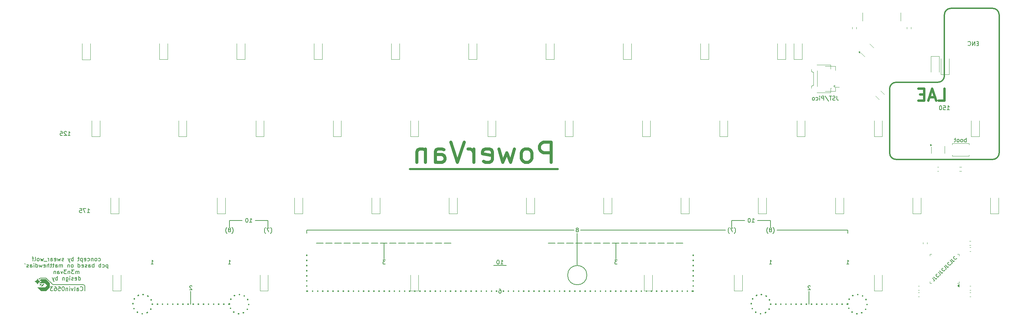
<source format=gbr>
G04 #@! TF.GenerationSoftware,KiCad,Pcbnew,8.0.8*
G04 #@! TF.CreationDate,2025-03-09T16:46:02+01:00*
G04 #@! TF.ProjectId,PowerVan,506f7765-7256-4616-9e2e-6b696361645f,rev?*
G04 #@! TF.SameCoordinates,Original*
G04 #@! TF.FileFunction,Legend,Bot*
G04 #@! TF.FilePolarity,Positive*
%FSLAX46Y46*%
G04 Gerber Fmt 4.6, Leading zero omitted, Abs format (unit mm)*
G04 Created by KiCad (PCBNEW 8.0.8) date 2025-03-09 16:46:02*
%MOMM*%
%LPD*%
G01*
G04 APERTURE LIST*
%ADD10C,0.150000*%
%ADD11C,0.300000*%
%ADD12C,0.200000*%
%ADD13C,0.500000*%
%ADD14C,0.600000*%
%ADD15C,0.800000*%
%ADD16C,0.120000*%
%ADD17C,0.000000*%
G04 APERTURE END LIST*
D10*
X377825500Y-215106500D02*
X377825500Y-215900250D01*
D11*
X377825500Y-233362750D02*
X377826255Y-233302756D01*
X378151148Y-232160728D02*
X378182085Y-232109321D01*
X379039026Y-231287473D02*
X379091682Y-231258712D01*
X380246289Y-230981828D02*
X380306262Y-230983580D01*
X381442737Y-231327391D02*
X381493624Y-231359176D01*
X382301130Y-232229646D02*
X382329012Y-232282772D01*
X382586686Y-233441817D02*
X382583939Y-233501753D01*
X382221305Y-234632363D02*
X382188679Y-234682715D01*
X381304921Y-235475655D02*
X381251339Y-235502652D01*
X380088175Y-235741045D02*
X380028293Y-235737303D01*
X378903860Y-235355946D02*
X378854057Y-235322488D01*
X378075900Y-234425686D02*
X378049797Y-234371663D01*
D10*
X349250500Y-212725250D02*
X349250500Y-214312750D01*
X231775500Y-212725250D02*
X234950500Y-212725250D01*
D11*
X388144250Y-180181500D02*
G75*
G02*
X389731750Y-178593950I1587550J0D01*
G01*
D10*
X311150500Y-215900250D02*
X311150500Y-223837750D01*
D11*
X206375500Y-233362750D02*
X206374744Y-233422743D01*
X206049851Y-234564771D02*
X206018914Y-234616178D01*
X205161973Y-235438026D02*
X205109317Y-235466787D01*
X203954710Y-235743671D02*
X203894737Y-235741919D01*
X202758262Y-235398108D02*
X202707375Y-235366323D01*
X201899869Y-234495853D02*
X201871987Y-234442727D01*
X201614313Y-233283682D02*
X201617060Y-233223746D01*
X201979694Y-232093136D02*
X202012320Y-232042784D01*
X202896078Y-231249844D02*
X202949660Y-231222847D01*
X204112824Y-230984454D02*
X204172706Y-230988196D01*
X205297139Y-231369553D02*
X205346942Y-231403011D01*
X206125099Y-232299813D02*
X206151202Y-232353836D01*
D12*
X178691861Y-227012750D02*
G75*
G02*
X178908072Y-226923179I216039J-215750D01*
G01*
D10*
X290513000Y-223837750D02*
X293688000Y-223837750D01*
X320675500Y-222250250D02*
X320675500Y-218281500D01*
D11*
X339725500Y-230187750D02*
X339725500Y-230127750D01*
X339725500Y-228927750D02*
X339725500Y-228867750D01*
X339725500Y-227667750D02*
X339725500Y-227607750D01*
X339725500Y-226407750D02*
X339725500Y-226347750D01*
X339725500Y-225147750D02*
X339725500Y-225087750D01*
X339725500Y-223887750D02*
X339725500Y-223827750D01*
X339725500Y-222627750D02*
X339725500Y-222567750D01*
X339725500Y-221367750D02*
X339725500Y-221307750D01*
D10*
X228600500Y-212725250D02*
X225425500Y-212725250D01*
D11*
X413544250Y-197644000D02*
X389731750Y-197644000D01*
X415131750Y-161925250D02*
X415131750Y-196056500D01*
D12*
X180098690Y-226923205D02*
G75*
G02*
X180314882Y-227012782I-90J-305895D01*
G01*
D11*
X388144250Y-196056500D02*
X388144250Y-180181500D01*
D10*
X263525500Y-222250250D02*
X263525500Y-218281500D01*
X313531750Y-226219000D02*
G75*
G02*
X308769250Y-226219000I-2381250J0D01*
G01*
X308769250Y-226219000D02*
G75*
G02*
X313531750Y-226219000I2381250J0D01*
G01*
X244475500Y-215106500D02*
X244475500Y-215900250D01*
D12*
X181786169Y-228484008D02*
X180314911Y-227012750D01*
D10*
X368300500Y-230187750D02*
X368300500Y-233362750D01*
D11*
X244475500Y-230187750D02*
X244475500Y-230127750D01*
X244475500Y-228927750D02*
X244475500Y-228867750D01*
X244475500Y-227667750D02*
X244475500Y-227607750D01*
X244475500Y-226407750D02*
X244475500Y-226347750D01*
X244475500Y-225147750D02*
X244475500Y-225087750D01*
X244475500Y-223887750D02*
X244475500Y-223827750D01*
X244475500Y-222627750D02*
X244475500Y-222567750D01*
X244475500Y-221367750D02*
X244475500Y-221307750D01*
D10*
X225425500Y-212725250D02*
X225425500Y-214312750D01*
D11*
X401638000Y-177006500D02*
G75*
G02*
X400050500Y-178594000I-1587500J0D01*
G01*
D10*
X304006750Y-218281500D02*
X305656750Y-218281500D01*
X306256750Y-218281500D02*
X307906750Y-218281500D01*
X308506750Y-218281500D02*
X310156750Y-218281500D01*
X310756750Y-218281500D02*
X312406750Y-218281500D01*
X313006750Y-218281500D02*
X314656750Y-218281500D01*
X315256750Y-218281500D02*
X316906750Y-218281500D01*
X317506750Y-218281500D02*
X319156750Y-218281500D01*
X319756750Y-218281500D02*
X321406750Y-218281500D01*
X322006750Y-218281500D02*
X323656750Y-218281500D01*
X324256750Y-218281500D02*
X325906750Y-218281500D01*
X326506750Y-218281500D02*
X328156750Y-218281500D01*
X328756750Y-218281500D02*
X330406750Y-218281500D01*
X331006750Y-218281500D02*
X332656750Y-218281500D01*
X333256750Y-218281500D02*
X334906750Y-218281500D01*
X335506750Y-218281500D02*
X337156750Y-218281500D01*
D11*
X415131750Y-196056500D02*
G75*
G02*
X413544250Y-197644050I-1587550J0D01*
G01*
D10*
X310356750Y-215106500D02*
X244475500Y-215106500D01*
D12*
X182066802Y-228600250D02*
X189409197Y-228600250D01*
D13*
X269875500Y-200025250D02*
X306388000Y-200025250D01*
D11*
X206375500Y-233362750D02*
X206435500Y-233362750D01*
X207635500Y-233362750D02*
X207695500Y-233362750D01*
X208895500Y-233362750D02*
X208955500Y-233362750D01*
X210155500Y-233362750D02*
X210215500Y-233362750D01*
X211415500Y-233362750D02*
X211475500Y-233362750D01*
X212675500Y-233362750D02*
X212735500Y-233362750D01*
X213935500Y-233362750D02*
X213995500Y-233362750D01*
X215195500Y-233362750D02*
X215255500Y-233362750D01*
X216455500Y-233362750D02*
X216515500Y-233362750D01*
X217715500Y-233362750D02*
X217775500Y-233362750D01*
X218975500Y-233362750D02*
X219035500Y-233362750D01*
X220235500Y-233362750D02*
X220295500Y-233362750D01*
X221495500Y-233362750D02*
X221555500Y-233362750D01*
X222755500Y-233362750D02*
X222815500Y-233362750D01*
X224015500Y-233362750D02*
X224075500Y-233362750D01*
X225275500Y-233362750D02*
X225335500Y-233362750D01*
X389731750Y-197644000D02*
G75*
G02*
X388144300Y-196056500I50J1587500D01*
G01*
X401638000Y-161925250D02*
G75*
G02*
X403225500Y-160337800I1587500J-50D01*
G01*
X401638000Y-177006500D02*
X401638000Y-161925250D01*
D10*
X360363000Y-215106500D02*
X377825500Y-215106500D01*
D11*
X413544250Y-160337750D02*
G75*
G02*
X415131750Y-161925250I-50J-1587550D01*
G01*
X291306750Y-230187750D02*
X291246750Y-230187750D01*
X290046750Y-230187750D02*
X289986750Y-230187750D01*
X288786750Y-230187750D02*
X288726750Y-230187750D01*
X287526750Y-230187750D02*
X287466750Y-230187750D01*
X286266750Y-230187750D02*
X286206750Y-230187750D01*
X285006750Y-230187750D02*
X284946750Y-230187750D01*
X283746750Y-230187750D02*
X283686750Y-230187750D01*
X282486750Y-230187750D02*
X282426750Y-230187750D01*
X281226750Y-230187750D02*
X281166750Y-230187750D01*
X279966750Y-230187750D02*
X279906750Y-230187750D01*
X278706750Y-230187750D02*
X278646750Y-230187750D01*
X277446750Y-230187750D02*
X277386750Y-230187750D01*
X276186750Y-230187750D02*
X276126750Y-230187750D01*
X274926750Y-230187750D02*
X274866750Y-230187750D01*
X273666750Y-230187750D02*
X273606750Y-230187750D01*
X272406750Y-230187750D02*
X272346750Y-230187750D01*
X271146750Y-230187750D02*
X271086750Y-230187750D01*
X269886750Y-230187750D02*
X269826750Y-230187750D01*
X268626750Y-230187750D02*
X268566750Y-230187750D01*
X267366750Y-230187750D02*
X267306750Y-230187750D01*
X266106750Y-230187750D02*
X266046750Y-230187750D01*
X264846750Y-230187750D02*
X264786750Y-230187750D01*
X263586750Y-230187750D02*
X263526750Y-230187750D01*
X262326750Y-230187750D02*
X262266750Y-230187750D01*
X261066750Y-230187750D02*
X261006750Y-230187750D01*
X259806750Y-230187750D02*
X259746750Y-230187750D01*
X258546750Y-230187750D02*
X258486750Y-230187750D01*
X257286750Y-230187750D02*
X257226750Y-230187750D01*
X256026750Y-230187750D02*
X255966750Y-230187750D01*
X254766750Y-230187750D02*
X254706750Y-230187750D01*
X253506750Y-230187750D02*
X253446750Y-230187750D01*
X252246750Y-230187750D02*
X252186750Y-230187750D01*
X250986750Y-230187750D02*
X250926750Y-230187750D01*
X249726750Y-230187750D02*
X249666750Y-230187750D01*
X248466750Y-230187750D02*
X248406750Y-230187750D01*
X247206750Y-230187750D02*
X247146750Y-230187750D01*
X245946750Y-230187750D02*
X245886750Y-230187750D01*
X244686750Y-230187750D02*
X244626750Y-230187750D01*
D10*
X215900500Y-230187750D02*
X215900500Y-233362750D01*
D12*
X182066802Y-228600250D02*
G75*
G02*
X181786194Y-228483983I-2J396750D01*
G01*
D10*
X311944250Y-215106500D02*
X347663000Y-215106500D01*
D12*
X180098690Y-226923205D02*
X178908062Y-226923205D01*
D11*
X358775500Y-233362750D02*
X358774744Y-233422743D01*
X358449851Y-234564771D02*
X358418914Y-234616178D01*
X357561973Y-235438026D02*
X357509317Y-235466787D01*
X356354710Y-235743671D02*
X356294737Y-235741919D01*
X355158262Y-235398108D02*
X355107375Y-235366323D01*
X354299869Y-234495853D02*
X354271987Y-234442727D01*
X354014313Y-233283682D02*
X354017060Y-233223746D01*
X354379694Y-232093136D02*
X354412320Y-232042784D01*
X355296078Y-231249844D02*
X355349660Y-231222847D01*
X356512824Y-230984454D02*
X356572706Y-230988196D01*
X357697139Y-231369553D02*
X357746942Y-231403011D01*
X358525099Y-232299813D02*
X358551202Y-232353836D01*
D10*
X246856750Y-218281500D02*
X248506750Y-218281500D01*
X249106750Y-218281500D02*
X250756750Y-218281500D01*
X251356750Y-218281500D02*
X253006750Y-218281500D01*
X253606750Y-218281500D02*
X255256750Y-218281500D01*
X255856750Y-218281500D02*
X257506750Y-218281500D01*
X258106750Y-218281500D02*
X259756750Y-218281500D01*
X260356750Y-218281500D02*
X262006750Y-218281500D01*
X262606750Y-218281500D02*
X264256750Y-218281500D01*
X264856750Y-218281500D02*
X266506750Y-218281500D01*
X267106750Y-218281500D02*
X268756750Y-218281500D01*
X269356750Y-218281500D02*
X271006750Y-218281500D01*
X271606750Y-218281500D02*
X273256750Y-218281500D01*
X273856750Y-218281500D02*
X275506750Y-218281500D01*
X276106750Y-218281500D02*
X277756750Y-218281500D01*
X278356750Y-218281500D02*
X280006750Y-218281500D01*
D11*
X403225500Y-160337750D02*
X413544250Y-160337750D01*
D10*
X358775500Y-212725250D02*
X358775500Y-214312750D01*
D12*
X178691861Y-227012750D02*
X178475650Y-227228961D01*
D11*
X358775500Y-233362750D02*
X358835500Y-233362750D01*
X360035500Y-233362750D02*
X360095500Y-233362750D01*
X361295500Y-233362750D02*
X361355500Y-233362750D01*
X362555500Y-233362750D02*
X362615500Y-233362750D01*
X363815500Y-233362750D02*
X363875500Y-233362750D01*
X365075500Y-233362750D02*
X365135500Y-233362750D01*
X366335500Y-233362750D02*
X366395500Y-233362750D01*
X367595500Y-233362750D02*
X367655500Y-233362750D01*
X368855500Y-233362750D02*
X368915500Y-233362750D01*
X370115500Y-233362750D02*
X370175500Y-233362750D01*
X371375500Y-233362750D02*
X371435500Y-233362750D01*
X372635500Y-233362750D02*
X372695500Y-233362750D01*
X373895500Y-233362750D02*
X373955500Y-233362750D01*
X375155500Y-233362750D02*
X375215500Y-233362750D01*
X376415500Y-233362750D02*
X376475500Y-233362750D01*
X377675500Y-233362750D02*
X377735500Y-233362750D01*
D10*
X234950500Y-212725250D02*
X234950500Y-214312750D01*
D11*
X389731750Y-178594000D02*
X400050500Y-178594000D01*
D12*
X189409197Y-228600642D02*
G75*
G02*
X189806058Y-228997518I203J-396658D01*
G01*
D10*
X352425500Y-212725250D02*
X349250500Y-212725250D01*
X355600500Y-212725250D02*
X358775500Y-212725250D01*
D11*
X206375500Y-233362750D02*
X206375500Y-233362750D01*
D12*
X189805218Y-230116655D02*
X189806073Y-228997518D01*
D11*
X292894250Y-230187750D02*
X292954250Y-230187750D01*
X294154250Y-230187750D02*
X294214250Y-230187750D01*
X295414250Y-230187750D02*
X295474250Y-230187750D01*
X296674250Y-230187750D02*
X296734250Y-230187750D01*
X297934250Y-230187750D02*
X297994250Y-230187750D01*
X299194250Y-230187750D02*
X299254250Y-230187750D01*
X300454250Y-230187750D02*
X300514250Y-230187750D01*
X301714250Y-230187750D02*
X301774250Y-230187750D01*
X302974250Y-230187750D02*
X303034250Y-230187750D01*
X304234250Y-230187750D02*
X304294250Y-230187750D01*
X305494250Y-230187750D02*
X305554250Y-230187750D01*
X306754250Y-230187750D02*
X306814250Y-230187750D01*
X308014250Y-230187750D02*
X308074250Y-230187750D01*
X309274250Y-230187750D02*
X309334250Y-230187750D01*
X310534250Y-230187750D02*
X310594250Y-230187750D01*
X311794250Y-230187750D02*
X311854250Y-230187750D01*
X313054250Y-230187750D02*
X313114250Y-230187750D01*
X314314250Y-230187750D02*
X314374250Y-230187750D01*
X315574250Y-230187750D02*
X315634250Y-230187750D01*
X316834250Y-230187750D02*
X316894250Y-230187750D01*
X318094250Y-230187750D02*
X318154250Y-230187750D01*
X319354250Y-230187750D02*
X319414250Y-230187750D01*
X320614250Y-230187750D02*
X320674250Y-230187750D01*
X321874250Y-230187750D02*
X321934250Y-230187750D01*
X323134250Y-230187750D02*
X323194250Y-230187750D01*
X324394250Y-230187750D02*
X324454250Y-230187750D01*
X325654250Y-230187750D02*
X325714250Y-230187750D01*
X326914250Y-230187750D02*
X326974250Y-230187750D01*
X328174250Y-230187750D02*
X328234250Y-230187750D01*
X329434250Y-230187750D02*
X329494250Y-230187750D01*
X330694250Y-230187750D02*
X330754250Y-230187750D01*
X331954250Y-230187750D02*
X332014250Y-230187750D01*
X333214250Y-230187750D02*
X333274250Y-230187750D01*
X334474250Y-230187750D02*
X334534250Y-230187750D01*
X335734250Y-230187750D02*
X335794250Y-230187750D01*
X336994250Y-230187750D02*
X337054250Y-230187750D01*
X338254250Y-230187750D02*
X338314250Y-230187750D01*
X339514250Y-230187750D02*
X339574250Y-230187750D01*
X225425500Y-233362750D02*
X225426255Y-233302756D01*
X225751148Y-232160728D02*
X225782085Y-232109321D01*
X226639026Y-231287473D02*
X226691682Y-231258712D01*
X227846289Y-230981828D02*
X227906262Y-230983580D01*
X229042737Y-231327391D02*
X229093624Y-231359176D01*
X229901130Y-232229646D02*
X229929012Y-232282772D01*
X230186686Y-233441817D02*
X230183939Y-233501753D01*
X229821305Y-234632363D02*
X229788679Y-234682715D01*
X228904921Y-235475655D02*
X228851339Y-235502652D01*
X227688175Y-235741045D02*
X227628293Y-235737303D01*
X226503860Y-235355946D02*
X226454057Y-235322488D01*
X225675900Y-234425686D02*
X225649797Y-234371663D01*
D12*
X292290976Y-223496219D02*
X292862404Y-223496219D01*
X292576690Y-223496219D02*
X292576690Y-222496219D01*
X292576690Y-222496219D02*
X292671928Y-222639076D01*
X292671928Y-222639076D02*
X292767166Y-222734314D01*
X292767166Y-222734314D02*
X292862404Y-222781933D01*
X291671928Y-222496219D02*
X291576690Y-222496219D01*
X291576690Y-222496219D02*
X291481452Y-222543838D01*
X291481452Y-222543838D02*
X291433833Y-222591457D01*
X291433833Y-222591457D02*
X291386214Y-222686695D01*
X291386214Y-222686695D02*
X291338595Y-222877171D01*
X291338595Y-222877171D02*
X291338595Y-223115266D01*
X291338595Y-223115266D02*
X291386214Y-223305742D01*
X291386214Y-223305742D02*
X291433833Y-223400980D01*
X291433833Y-223400980D02*
X291481452Y-223448600D01*
X291481452Y-223448600D02*
X291576690Y-223496219D01*
X291576690Y-223496219D02*
X291671928Y-223496219D01*
X291671928Y-223496219D02*
X291767166Y-223448600D01*
X291767166Y-223448600D02*
X291814785Y-223400980D01*
X291814785Y-223400980D02*
X291862404Y-223305742D01*
X291862404Y-223305742D02*
X291910023Y-223115266D01*
X291910023Y-223115266D02*
X291910023Y-222877171D01*
X291910023Y-222877171D02*
X291862404Y-222686695D01*
X291862404Y-222686695D02*
X291814785Y-222591457D01*
X291814785Y-222591457D02*
X291767166Y-222543838D01*
X291767166Y-222543838D02*
X291671928Y-222496219D01*
X368586213Y-228941457D02*
X368538594Y-228893838D01*
X368538594Y-228893838D02*
X368443356Y-228846219D01*
X368443356Y-228846219D02*
X368205261Y-228846219D01*
X368205261Y-228846219D02*
X368110023Y-228893838D01*
X368110023Y-228893838D02*
X368062404Y-228941457D01*
X368062404Y-228941457D02*
X368014785Y-229036695D01*
X368014785Y-229036695D02*
X368014785Y-229131933D01*
X368014785Y-229131933D02*
X368062404Y-229274790D01*
X368062404Y-229274790D02*
X368633832Y-229846219D01*
X368633832Y-229846219D02*
X368014785Y-229846219D01*
X188666325Y-229959730D02*
X188713944Y-230007350D01*
X188713944Y-230007350D02*
X188856801Y-230054969D01*
X188856801Y-230054969D02*
X188952039Y-230054969D01*
X188952039Y-230054969D02*
X189094896Y-230007350D01*
X189094896Y-230007350D02*
X189190134Y-229912111D01*
X189190134Y-229912111D02*
X189237753Y-229816873D01*
X189237753Y-229816873D02*
X189285372Y-229626397D01*
X189285372Y-229626397D02*
X189285372Y-229483540D01*
X189285372Y-229483540D02*
X189237753Y-229293064D01*
X189237753Y-229293064D02*
X189190134Y-229197826D01*
X189190134Y-229197826D02*
X189094896Y-229102588D01*
X189094896Y-229102588D02*
X188952039Y-229054969D01*
X188952039Y-229054969D02*
X188856801Y-229054969D01*
X188856801Y-229054969D02*
X188713944Y-229102588D01*
X188713944Y-229102588D02*
X188666325Y-229150207D01*
X187809182Y-230054969D02*
X187809182Y-229531159D01*
X187809182Y-229531159D02*
X187856801Y-229435921D01*
X187856801Y-229435921D02*
X187952039Y-229388302D01*
X187952039Y-229388302D02*
X188142515Y-229388302D01*
X188142515Y-229388302D02*
X188237753Y-229435921D01*
X187809182Y-230007350D02*
X187904420Y-230054969D01*
X187904420Y-230054969D02*
X188142515Y-230054969D01*
X188142515Y-230054969D02*
X188237753Y-230007350D01*
X188237753Y-230007350D02*
X188285372Y-229912111D01*
X188285372Y-229912111D02*
X188285372Y-229816873D01*
X188285372Y-229816873D02*
X188237753Y-229721635D01*
X188237753Y-229721635D02*
X188142515Y-229674016D01*
X188142515Y-229674016D02*
X187904420Y-229674016D01*
X187904420Y-229674016D02*
X187809182Y-229626397D01*
X187190134Y-230054969D02*
X187285372Y-230007350D01*
X187285372Y-230007350D02*
X187332991Y-229912111D01*
X187332991Y-229912111D02*
X187332991Y-229054969D01*
X186904419Y-229388302D02*
X186666324Y-230054969D01*
X186666324Y-230054969D02*
X186428229Y-229388302D01*
X186047276Y-230054969D02*
X186047276Y-229388302D01*
X186047276Y-229054969D02*
X186094895Y-229102588D01*
X186094895Y-229102588D02*
X186047276Y-229150207D01*
X186047276Y-229150207D02*
X185999657Y-229102588D01*
X185999657Y-229102588D02*
X186047276Y-229054969D01*
X186047276Y-229054969D02*
X186047276Y-229150207D01*
X185571086Y-229388302D02*
X185571086Y-230054969D01*
X185571086Y-229483540D02*
X185523467Y-229435921D01*
X185523467Y-229435921D02*
X185428229Y-229388302D01*
X185428229Y-229388302D02*
X185285372Y-229388302D01*
X185285372Y-229388302D02*
X185190134Y-229435921D01*
X185190134Y-229435921D02*
X185142515Y-229531159D01*
X185142515Y-229531159D02*
X185142515Y-230054969D01*
X184475848Y-229054969D02*
X184380610Y-229054969D01*
X184380610Y-229054969D02*
X184285372Y-229102588D01*
X184285372Y-229102588D02*
X184237753Y-229150207D01*
X184237753Y-229150207D02*
X184190134Y-229245445D01*
X184190134Y-229245445D02*
X184142515Y-229435921D01*
X184142515Y-229435921D02*
X184142515Y-229674016D01*
X184142515Y-229674016D02*
X184190134Y-229864492D01*
X184190134Y-229864492D02*
X184237753Y-229959730D01*
X184237753Y-229959730D02*
X184285372Y-230007350D01*
X184285372Y-230007350D02*
X184380610Y-230054969D01*
X184380610Y-230054969D02*
X184475848Y-230054969D01*
X184475848Y-230054969D02*
X184571086Y-230007350D01*
X184571086Y-230007350D02*
X184618705Y-229959730D01*
X184618705Y-229959730D02*
X184666324Y-229864492D01*
X184666324Y-229864492D02*
X184713943Y-229674016D01*
X184713943Y-229674016D02*
X184713943Y-229435921D01*
X184713943Y-229435921D02*
X184666324Y-229245445D01*
X184666324Y-229245445D02*
X184618705Y-229150207D01*
X184618705Y-229150207D02*
X184571086Y-229102588D01*
X184571086Y-229102588D02*
X184475848Y-229054969D01*
X183237753Y-229054969D02*
X183713943Y-229054969D01*
X183713943Y-229054969D02*
X183761562Y-229531159D01*
X183761562Y-229531159D02*
X183713943Y-229483540D01*
X183713943Y-229483540D02*
X183618705Y-229435921D01*
X183618705Y-229435921D02*
X183380610Y-229435921D01*
X183380610Y-229435921D02*
X183285372Y-229483540D01*
X183285372Y-229483540D02*
X183237753Y-229531159D01*
X183237753Y-229531159D02*
X183190134Y-229626397D01*
X183190134Y-229626397D02*
X183190134Y-229864492D01*
X183190134Y-229864492D02*
X183237753Y-229959730D01*
X183237753Y-229959730D02*
X183285372Y-230007350D01*
X183285372Y-230007350D02*
X183380610Y-230054969D01*
X183380610Y-230054969D02*
X183618705Y-230054969D01*
X183618705Y-230054969D02*
X183713943Y-230007350D01*
X183713943Y-230007350D02*
X183761562Y-229959730D01*
X182332991Y-229054969D02*
X182523467Y-229054969D01*
X182523467Y-229054969D02*
X182618705Y-229102588D01*
X182618705Y-229102588D02*
X182666324Y-229150207D01*
X182666324Y-229150207D02*
X182761562Y-229293064D01*
X182761562Y-229293064D02*
X182809181Y-229483540D01*
X182809181Y-229483540D02*
X182809181Y-229864492D01*
X182809181Y-229864492D02*
X182761562Y-229959730D01*
X182761562Y-229959730D02*
X182713943Y-230007350D01*
X182713943Y-230007350D02*
X182618705Y-230054969D01*
X182618705Y-230054969D02*
X182428229Y-230054969D01*
X182428229Y-230054969D02*
X182332991Y-230007350D01*
X182332991Y-230007350D02*
X182285372Y-229959730D01*
X182285372Y-229959730D02*
X182237753Y-229864492D01*
X182237753Y-229864492D02*
X182237753Y-229626397D01*
X182237753Y-229626397D02*
X182285372Y-229531159D01*
X182285372Y-229531159D02*
X182332991Y-229483540D01*
X182332991Y-229483540D02*
X182428229Y-229435921D01*
X182428229Y-229435921D02*
X182618705Y-229435921D01*
X182618705Y-229435921D02*
X182713943Y-229483540D01*
X182713943Y-229483540D02*
X182761562Y-229531159D01*
X182761562Y-229531159D02*
X182809181Y-229626397D01*
X181904419Y-229054969D02*
X181285372Y-229054969D01*
X181285372Y-229054969D02*
X181618705Y-229435921D01*
X181618705Y-229435921D02*
X181475848Y-229435921D01*
X181475848Y-229435921D02*
X181380610Y-229483540D01*
X181380610Y-229483540D02*
X181332991Y-229531159D01*
X181332991Y-229531159D02*
X181285372Y-229626397D01*
X181285372Y-229626397D02*
X181285372Y-229864492D01*
X181285372Y-229864492D02*
X181332991Y-229959730D01*
X181332991Y-229959730D02*
X181380610Y-230007350D01*
X181380610Y-230007350D02*
X181475848Y-230054969D01*
X181475848Y-230054969D02*
X181761562Y-230054969D01*
X181761562Y-230054969D02*
X181856800Y-230007350D01*
X181856800Y-230007350D02*
X181904419Y-229959730D01*
X359394547Y-215939671D02*
X359442166Y-215892052D01*
X359442166Y-215892052D02*
X359537404Y-215749195D01*
X359537404Y-215749195D02*
X359585023Y-215653957D01*
X359585023Y-215653957D02*
X359632642Y-215511100D01*
X359632642Y-215511100D02*
X359680261Y-215273004D01*
X359680261Y-215273004D02*
X359680261Y-215082528D01*
X359680261Y-215082528D02*
X359632642Y-214844433D01*
X359632642Y-214844433D02*
X359585023Y-214701576D01*
X359585023Y-214701576D02*
X359537404Y-214606338D01*
X359537404Y-214606338D02*
X359442166Y-214463480D01*
X359442166Y-214463480D02*
X359394547Y-214415861D01*
X358870737Y-214987290D02*
X358965975Y-214939671D01*
X358965975Y-214939671D02*
X359013594Y-214892052D01*
X359013594Y-214892052D02*
X359061213Y-214796814D01*
X359061213Y-214796814D02*
X359061213Y-214749195D01*
X359061213Y-214749195D02*
X359013594Y-214653957D01*
X359013594Y-214653957D02*
X358965975Y-214606338D01*
X358965975Y-214606338D02*
X358870737Y-214558719D01*
X358870737Y-214558719D02*
X358680261Y-214558719D01*
X358680261Y-214558719D02*
X358585023Y-214606338D01*
X358585023Y-214606338D02*
X358537404Y-214653957D01*
X358537404Y-214653957D02*
X358489785Y-214749195D01*
X358489785Y-214749195D02*
X358489785Y-214796814D01*
X358489785Y-214796814D02*
X358537404Y-214892052D01*
X358537404Y-214892052D02*
X358585023Y-214939671D01*
X358585023Y-214939671D02*
X358680261Y-214987290D01*
X358680261Y-214987290D02*
X358870737Y-214987290D01*
X358870737Y-214987290D02*
X358965975Y-215034909D01*
X358965975Y-215034909D02*
X359013594Y-215082528D01*
X359013594Y-215082528D02*
X359061213Y-215177766D01*
X359061213Y-215177766D02*
X359061213Y-215368242D01*
X359061213Y-215368242D02*
X359013594Y-215463480D01*
X359013594Y-215463480D02*
X358965975Y-215511100D01*
X358965975Y-215511100D02*
X358870737Y-215558719D01*
X358870737Y-215558719D02*
X358680261Y-215558719D01*
X358680261Y-215558719D02*
X358585023Y-215511100D01*
X358585023Y-215511100D02*
X358537404Y-215463480D01*
X358537404Y-215463480D02*
X358489785Y-215368242D01*
X358489785Y-215368242D02*
X358489785Y-215177766D01*
X358489785Y-215177766D02*
X358537404Y-215082528D01*
X358537404Y-215082528D02*
X358585023Y-215034909D01*
X358585023Y-215034909D02*
X358680261Y-214987290D01*
X358156451Y-215939671D02*
X358108832Y-215892052D01*
X358108832Y-215892052D02*
X358013594Y-215749195D01*
X358013594Y-215749195D02*
X357965975Y-215653957D01*
X357965975Y-215653957D02*
X357918356Y-215511100D01*
X357918356Y-215511100D02*
X357870737Y-215273004D01*
X357870737Y-215273004D02*
X357870737Y-215082528D01*
X357870737Y-215082528D02*
X357918356Y-214844433D01*
X357918356Y-214844433D02*
X357965975Y-214701576D01*
X357965975Y-214701576D02*
X358013594Y-214606338D01*
X358013594Y-214606338D02*
X358108832Y-214463480D01*
X358108832Y-214463480D02*
X358156451Y-214415861D01*
X195456089Y-223612080D02*
X195456089Y-224612080D01*
X195456089Y-223659699D02*
X195360851Y-223612080D01*
X195360851Y-223612080D02*
X195170375Y-223612080D01*
X195170375Y-223612080D02*
X195075137Y-223659699D01*
X195075137Y-223659699D02*
X195027518Y-223707318D01*
X195027518Y-223707318D02*
X194979899Y-223802556D01*
X194979899Y-223802556D02*
X194979899Y-224088270D01*
X194979899Y-224088270D02*
X195027518Y-224183508D01*
X195027518Y-224183508D02*
X195075137Y-224231128D01*
X195075137Y-224231128D02*
X195170375Y-224278747D01*
X195170375Y-224278747D02*
X195360851Y-224278747D01*
X195360851Y-224278747D02*
X195456089Y-224231128D01*
X194122756Y-224231128D02*
X194217994Y-224278747D01*
X194217994Y-224278747D02*
X194408470Y-224278747D01*
X194408470Y-224278747D02*
X194503708Y-224231128D01*
X194503708Y-224231128D02*
X194551327Y-224183508D01*
X194551327Y-224183508D02*
X194598946Y-224088270D01*
X194598946Y-224088270D02*
X194598946Y-223802556D01*
X194598946Y-223802556D02*
X194551327Y-223707318D01*
X194551327Y-223707318D02*
X194503708Y-223659699D01*
X194503708Y-223659699D02*
X194408470Y-223612080D01*
X194408470Y-223612080D02*
X194217994Y-223612080D01*
X194217994Y-223612080D02*
X194122756Y-223659699D01*
X193694184Y-224278747D02*
X193694184Y-223278747D01*
X193694184Y-223659699D02*
X193598946Y-223612080D01*
X193598946Y-223612080D02*
X193408470Y-223612080D01*
X193408470Y-223612080D02*
X193313232Y-223659699D01*
X193313232Y-223659699D02*
X193265613Y-223707318D01*
X193265613Y-223707318D02*
X193217994Y-223802556D01*
X193217994Y-223802556D02*
X193217994Y-224088270D01*
X193217994Y-224088270D02*
X193265613Y-224183508D01*
X193265613Y-224183508D02*
X193313232Y-224231128D01*
X193313232Y-224231128D02*
X193408470Y-224278747D01*
X193408470Y-224278747D02*
X193598946Y-224278747D01*
X193598946Y-224278747D02*
X193694184Y-224231128D01*
X192027517Y-224278747D02*
X192027517Y-223278747D01*
X192027517Y-223659699D02*
X191932279Y-223612080D01*
X191932279Y-223612080D02*
X191741803Y-223612080D01*
X191741803Y-223612080D02*
X191646565Y-223659699D01*
X191646565Y-223659699D02*
X191598946Y-223707318D01*
X191598946Y-223707318D02*
X191551327Y-223802556D01*
X191551327Y-223802556D02*
X191551327Y-224088270D01*
X191551327Y-224088270D02*
X191598946Y-224183508D01*
X191598946Y-224183508D02*
X191646565Y-224231128D01*
X191646565Y-224231128D02*
X191741803Y-224278747D01*
X191741803Y-224278747D02*
X191932279Y-224278747D01*
X191932279Y-224278747D02*
X192027517Y-224231128D01*
X190694184Y-224278747D02*
X190694184Y-223754937D01*
X190694184Y-223754937D02*
X190741803Y-223659699D01*
X190741803Y-223659699D02*
X190837041Y-223612080D01*
X190837041Y-223612080D02*
X191027517Y-223612080D01*
X191027517Y-223612080D02*
X191122755Y-223659699D01*
X190694184Y-224231128D02*
X190789422Y-224278747D01*
X190789422Y-224278747D02*
X191027517Y-224278747D01*
X191027517Y-224278747D02*
X191122755Y-224231128D01*
X191122755Y-224231128D02*
X191170374Y-224135889D01*
X191170374Y-224135889D02*
X191170374Y-224040651D01*
X191170374Y-224040651D02*
X191122755Y-223945413D01*
X191122755Y-223945413D02*
X191027517Y-223897794D01*
X191027517Y-223897794D02*
X190789422Y-223897794D01*
X190789422Y-223897794D02*
X190694184Y-223850175D01*
X190265612Y-224231128D02*
X190170374Y-224278747D01*
X190170374Y-224278747D02*
X189979898Y-224278747D01*
X189979898Y-224278747D02*
X189884660Y-224231128D01*
X189884660Y-224231128D02*
X189837041Y-224135889D01*
X189837041Y-224135889D02*
X189837041Y-224088270D01*
X189837041Y-224088270D02*
X189884660Y-223993032D01*
X189884660Y-223993032D02*
X189979898Y-223945413D01*
X189979898Y-223945413D02*
X190122755Y-223945413D01*
X190122755Y-223945413D02*
X190217993Y-223897794D01*
X190217993Y-223897794D02*
X190265612Y-223802556D01*
X190265612Y-223802556D02*
X190265612Y-223754937D01*
X190265612Y-223754937D02*
X190217993Y-223659699D01*
X190217993Y-223659699D02*
X190122755Y-223612080D01*
X190122755Y-223612080D02*
X189979898Y-223612080D01*
X189979898Y-223612080D02*
X189884660Y-223659699D01*
X189027517Y-224231128D02*
X189122755Y-224278747D01*
X189122755Y-224278747D02*
X189313231Y-224278747D01*
X189313231Y-224278747D02*
X189408469Y-224231128D01*
X189408469Y-224231128D02*
X189456088Y-224135889D01*
X189456088Y-224135889D02*
X189456088Y-223754937D01*
X189456088Y-223754937D02*
X189408469Y-223659699D01*
X189408469Y-223659699D02*
X189313231Y-223612080D01*
X189313231Y-223612080D02*
X189122755Y-223612080D01*
X189122755Y-223612080D02*
X189027517Y-223659699D01*
X189027517Y-223659699D02*
X188979898Y-223754937D01*
X188979898Y-223754937D02*
X188979898Y-223850175D01*
X188979898Y-223850175D02*
X189456088Y-223945413D01*
X188122755Y-224278747D02*
X188122755Y-223278747D01*
X188122755Y-224231128D02*
X188217993Y-224278747D01*
X188217993Y-224278747D02*
X188408469Y-224278747D01*
X188408469Y-224278747D02*
X188503707Y-224231128D01*
X188503707Y-224231128D02*
X188551326Y-224183508D01*
X188551326Y-224183508D02*
X188598945Y-224088270D01*
X188598945Y-224088270D02*
X188598945Y-223802556D01*
X188598945Y-223802556D02*
X188551326Y-223707318D01*
X188551326Y-223707318D02*
X188503707Y-223659699D01*
X188503707Y-223659699D02*
X188408469Y-223612080D01*
X188408469Y-223612080D02*
X188217993Y-223612080D01*
X188217993Y-223612080D02*
X188122755Y-223659699D01*
X186741802Y-224278747D02*
X186837040Y-224231128D01*
X186837040Y-224231128D02*
X186884659Y-224183508D01*
X186884659Y-224183508D02*
X186932278Y-224088270D01*
X186932278Y-224088270D02*
X186932278Y-223802556D01*
X186932278Y-223802556D02*
X186884659Y-223707318D01*
X186884659Y-223707318D02*
X186837040Y-223659699D01*
X186837040Y-223659699D02*
X186741802Y-223612080D01*
X186741802Y-223612080D02*
X186598945Y-223612080D01*
X186598945Y-223612080D02*
X186503707Y-223659699D01*
X186503707Y-223659699D02*
X186456088Y-223707318D01*
X186456088Y-223707318D02*
X186408469Y-223802556D01*
X186408469Y-223802556D02*
X186408469Y-224088270D01*
X186408469Y-224088270D02*
X186456088Y-224183508D01*
X186456088Y-224183508D02*
X186503707Y-224231128D01*
X186503707Y-224231128D02*
X186598945Y-224278747D01*
X186598945Y-224278747D02*
X186741802Y-224278747D01*
X185979897Y-223612080D02*
X185979897Y-224278747D01*
X185979897Y-223707318D02*
X185932278Y-223659699D01*
X185932278Y-223659699D02*
X185837040Y-223612080D01*
X185837040Y-223612080D02*
X185694183Y-223612080D01*
X185694183Y-223612080D02*
X185598945Y-223659699D01*
X185598945Y-223659699D02*
X185551326Y-223754937D01*
X185551326Y-223754937D02*
X185551326Y-224278747D01*
X184313230Y-224278747D02*
X184313230Y-223612080D01*
X184313230Y-223707318D02*
X184265611Y-223659699D01*
X184265611Y-223659699D02*
X184170373Y-223612080D01*
X184170373Y-223612080D02*
X184027516Y-223612080D01*
X184027516Y-223612080D02*
X183932278Y-223659699D01*
X183932278Y-223659699D02*
X183884659Y-223754937D01*
X183884659Y-223754937D02*
X183884659Y-224278747D01*
X183884659Y-223754937D02*
X183837040Y-223659699D01*
X183837040Y-223659699D02*
X183741802Y-223612080D01*
X183741802Y-223612080D02*
X183598945Y-223612080D01*
X183598945Y-223612080D02*
X183503706Y-223659699D01*
X183503706Y-223659699D02*
X183456087Y-223754937D01*
X183456087Y-223754937D02*
X183456087Y-224278747D01*
X182551326Y-224278747D02*
X182551326Y-223754937D01*
X182551326Y-223754937D02*
X182598945Y-223659699D01*
X182598945Y-223659699D02*
X182694183Y-223612080D01*
X182694183Y-223612080D02*
X182884659Y-223612080D01*
X182884659Y-223612080D02*
X182979897Y-223659699D01*
X182551326Y-224231128D02*
X182646564Y-224278747D01*
X182646564Y-224278747D02*
X182884659Y-224278747D01*
X182884659Y-224278747D02*
X182979897Y-224231128D01*
X182979897Y-224231128D02*
X183027516Y-224135889D01*
X183027516Y-224135889D02*
X183027516Y-224040651D01*
X183027516Y-224040651D02*
X182979897Y-223945413D01*
X182979897Y-223945413D02*
X182884659Y-223897794D01*
X182884659Y-223897794D02*
X182646564Y-223897794D01*
X182646564Y-223897794D02*
X182551326Y-223850175D01*
X182217992Y-223612080D02*
X181837040Y-223612080D01*
X182075135Y-223278747D02*
X182075135Y-224135889D01*
X182075135Y-224135889D02*
X182027516Y-224231128D01*
X182027516Y-224231128D02*
X181932278Y-224278747D01*
X181932278Y-224278747D02*
X181837040Y-224278747D01*
X181646563Y-223612080D02*
X181265611Y-223612080D01*
X181503706Y-223278747D02*
X181503706Y-224135889D01*
X181503706Y-224135889D02*
X181456087Y-224231128D01*
X181456087Y-224231128D02*
X181360849Y-224278747D01*
X181360849Y-224278747D02*
X181265611Y-224278747D01*
X180932277Y-224278747D02*
X180932277Y-223278747D01*
X180503706Y-224278747D02*
X180503706Y-223754937D01*
X180503706Y-223754937D02*
X180551325Y-223659699D01*
X180551325Y-223659699D02*
X180646563Y-223612080D01*
X180646563Y-223612080D02*
X180789420Y-223612080D01*
X180789420Y-223612080D02*
X180884658Y-223659699D01*
X180884658Y-223659699D02*
X180932277Y-223707318D01*
X179646563Y-224231128D02*
X179741801Y-224278747D01*
X179741801Y-224278747D02*
X179932277Y-224278747D01*
X179932277Y-224278747D02*
X180027515Y-224231128D01*
X180027515Y-224231128D02*
X180075134Y-224135889D01*
X180075134Y-224135889D02*
X180075134Y-223754937D01*
X180075134Y-223754937D02*
X180027515Y-223659699D01*
X180027515Y-223659699D02*
X179932277Y-223612080D01*
X179932277Y-223612080D02*
X179741801Y-223612080D01*
X179741801Y-223612080D02*
X179646563Y-223659699D01*
X179646563Y-223659699D02*
X179598944Y-223754937D01*
X179598944Y-223754937D02*
X179598944Y-223850175D01*
X179598944Y-223850175D02*
X180075134Y-223945413D01*
X179265610Y-223612080D02*
X179075134Y-224278747D01*
X179075134Y-224278747D02*
X178884658Y-223802556D01*
X178884658Y-223802556D02*
X178694182Y-224278747D01*
X178694182Y-224278747D02*
X178503706Y-223612080D01*
X177694182Y-224278747D02*
X177694182Y-223278747D01*
X177694182Y-224231128D02*
X177789420Y-224278747D01*
X177789420Y-224278747D02*
X177979896Y-224278747D01*
X177979896Y-224278747D02*
X178075134Y-224231128D01*
X178075134Y-224231128D02*
X178122753Y-224183508D01*
X178122753Y-224183508D02*
X178170372Y-224088270D01*
X178170372Y-224088270D02*
X178170372Y-223802556D01*
X178170372Y-223802556D02*
X178122753Y-223707318D01*
X178122753Y-223707318D02*
X178075134Y-223659699D01*
X178075134Y-223659699D02*
X177979896Y-223612080D01*
X177979896Y-223612080D02*
X177789420Y-223612080D01*
X177789420Y-223612080D02*
X177694182Y-223659699D01*
X177217991Y-224278747D02*
X177217991Y-223612080D01*
X177217991Y-223278747D02*
X177265610Y-223326366D01*
X177265610Y-223326366D02*
X177217991Y-223373985D01*
X177217991Y-223373985D02*
X177170372Y-223326366D01*
X177170372Y-223326366D02*
X177217991Y-223278747D01*
X177217991Y-223278747D02*
X177217991Y-223373985D01*
X176313230Y-224278747D02*
X176313230Y-223754937D01*
X176313230Y-223754937D02*
X176360849Y-223659699D01*
X176360849Y-223659699D02*
X176456087Y-223612080D01*
X176456087Y-223612080D02*
X176646563Y-223612080D01*
X176646563Y-223612080D02*
X176741801Y-223659699D01*
X176313230Y-224231128D02*
X176408468Y-224278747D01*
X176408468Y-224278747D02*
X176646563Y-224278747D01*
X176646563Y-224278747D02*
X176741801Y-224231128D01*
X176741801Y-224231128D02*
X176789420Y-224135889D01*
X176789420Y-224135889D02*
X176789420Y-224040651D01*
X176789420Y-224040651D02*
X176741801Y-223945413D01*
X176741801Y-223945413D02*
X176646563Y-223897794D01*
X176646563Y-223897794D02*
X176408468Y-223897794D01*
X176408468Y-223897794D02*
X176313230Y-223850175D01*
X175884658Y-224231128D02*
X175789420Y-224278747D01*
X175789420Y-224278747D02*
X175598944Y-224278747D01*
X175598944Y-224278747D02*
X175503706Y-224231128D01*
X175503706Y-224231128D02*
X175456087Y-224135889D01*
X175456087Y-224135889D02*
X175456087Y-224088270D01*
X175456087Y-224088270D02*
X175503706Y-223993032D01*
X175503706Y-223993032D02*
X175598944Y-223945413D01*
X175598944Y-223945413D02*
X175741801Y-223945413D01*
X175741801Y-223945413D02*
X175837039Y-223897794D01*
X175837039Y-223897794D02*
X175884658Y-223802556D01*
X175884658Y-223802556D02*
X175884658Y-223754937D01*
X175884658Y-223754937D02*
X175837039Y-223659699D01*
X175837039Y-223659699D02*
X175741801Y-223612080D01*
X175741801Y-223612080D02*
X175598944Y-223612080D01*
X175598944Y-223612080D02*
X175503706Y-223659699D01*
X174979896Y-223278747D02*
X175075134Y-223469223D01*
X188360850Y-225888691D02*
X188360850Y-225222024D01*
X188360850Y-225317262D02*
X188313231Y-225269643D01*
X188313231Y-225269643D02*
X188217993Y-225222024D01*
X188217993Y-225222024D02*
X188075136Y-225222024D01*
X188075136Y-225222024D02*
X187979898Y-225269643D01*
X187979898Y-225269643D02*
X187932279Y-225364881D01*
X187932279Y-225364881D02*
X187932279Y-225888691D01*
X187932279Y-225364881D02*
X187884660Y-225269643D01*
X187884660Y-225269643D02*
X187789422Y-225222024D01*
X187789422Y-225222024D02*
X187646565Y-225222024D01*
X187646565Y-225222024D02*
X187551326Y-225269643D01*
X187551326Y-225269643D02*
X187503707Y-225364881D01*
X187503707Y-225364881D02*
X187503707Y-225888691D01*
X187122755Y-224888691D02*
X186503708Y-224888691D01*
X186503708Y-224888691D02*
X186837041Y-225269643D01*
X186837041Y-225269643D02*
X186694184Y-225269643D01*
X186694184Y-225269643D02*
X186598946Y-225317262D01*
X186598946Y-225317262D02*
X186551327Y-225364881D01*
X186551327Y-225364881D02*
X186503708Y-225460119D01*
X186503708Y-225460119D02*
X186503708Y-225698214D01*
X186503708Y-225698214D02*
X186551327Y-225793452D01*
X186551327Y-225793452D02*
X186598946Y-225841072D01*
X186598946Y-225841072D02*
X186694184Y-225888691D01*
X186694184Y-225888691D02*
X186979898Y-225888691D01*
X186979898Y-225888691D02*
X187075136Y-225841072D01*
X187075136Y-225841072D02*
X187122755Y-225793452D01*
X186075136Y-225222024D02*
X186075136Y-225888691D01*
X186075136Y-225317262D02*
X186027517Y-225269643D01*
X186027517Y-225269643D02*
X185932279Y-225222024D01*
X185932279Y-225222024D02*
X185789422Y-225222024D01*
X185789422Y-225222024D02*
X185694184Y-225269643D01*
X185694184Y-225269643D02*
X185646565Y-225364881D01*
X185646565Y-225364881D02*
X185646565Y-225888691D01*
X185265612Y-224888691D02*
X184646565Y-224888691D01*
X184646565Y-224888691D02*
X184979898Y-225269643D01*
X184979898Y-225269643D02*
X184837041Y-225269643D01*
X184837041Y-225269643D02*
X184741803Y-225317262D01*
X184741803Y-225317262D02*
X184694184Y-225364881D01*
X184694184Y-225364881D02*
X184646565Y-225460119D01*
X184646565Y-225460119D02*
X184646565Y-225698214D01*
X184646565Y-225698214D02*
X184694184Y-225793452D01*
X184694184Y-225793452D02*
X184741803Y-225841072D01*
X184741803Y-225841072D02*
X184837041Y-225888691D01*
X184837041Y-225888691D02*
X185122755Y-225888691D01*
X185122755Y-225888691D02*
X185217993Y-225841072D01*
X185217993Y-225841072D02*
X185265612Y-225793452D01*
X184313231Y-225222024D02*
X184075136Y-225888691D01*
X184075136Y-225888691D02*
X183837041Y-225222024D01*
X183027517Y-225888691D02*
X183027517Y-225364881D01*
X183027517Y-225364881D02*
X183075136Y-225269643D01*
X183075136Y-225269643D02*
X183170374Y-225222024D01*
X183170374Y-225222024D02*
X183360850Y-225222024D01*
X183360850Y-225222024D02*
X183456088Y-225269643D01*
X183027517Y-225841072D02*
X183122755Y-225888691D01*
X183122755Y-225888691D02*
X183360850Y-225888691D01*
X183360850Y-225888691D02*
X183456088Y-225841072D01*
X183456088Y-225841072D02*
X183503707Y-225745833D01*
X183503707Y-225745833D02*
X183503707Y-225650595D01*
X183503707Y-225650595D02*
X183456088Y-225555357D01*
X183456088Y-225555357D02*
X183360850Y-225507738D01*
X183360850Y-225507738D02*
X183122755Y-225507738D01*
X183122755Y-225507738D02*
X183027517Y-225460119D01*
X182551326Y-225222024D02*
X182551326Y-225888691D01*
X182551326Y-225317262D02*
X182503707Y-225269643D01*
X182503707Y-225269643D02*
X182408469Y-225222024D01*
X182408469Y-225222024D02*
X182265612Y-225222024D01*
X182265612Y-225222024D02*
X182170374Y-225269643D01*
X182170374Y-225269643D02*
X182122755Y-225364881D01*
X182122755Y-225364881D02*
X182122755Y-225888691D01*
X216186213Y-228941457D02*
X216138594Y-228893838D01*
X216138594Y-228893838D02*
X216043356Y-228846219D01*
X216043356Y-228846219D02*
X215805261Y-228846219D01*
X215805261Y-228846219D02*
X215710023Y-228893838D01*
X215710023Y-228893838D02*
X215662404Y-228941457D01*
X215662404Y-228941457D02*
X215614785Y-229036695D01*
X215614785Y-229036695D02*
X215614785Y-229131933D01*
X215614785Y-229131933D02*
X215662404Y-229274790D01*
X215662404Y-229274790D02*
X216233832Y-229846219D01*
X216233832Y-229846219D02*
X215614785Y-229846219D01*
X291910023Y-229639969D02*
X292100499Y-229639969D01*
X292100499Y-229639969D02*
X292195737Y-229687588D01*
X292195737Y-229687588D02*
X292243356Y-229735207D01*
X292243356Y-229735207D02*
X292338594Y-229878064D01*
X292338594Y-229878064D02*
X292386213Y-230068540D01*
X292386213Y-230068540D02*
X292386213Y-230449492D01*
X292386213Y-230449492D02*
X292338594Y-230544730D01*
X292338594Y-230544730D02*
X292290975Y-230592350D01*
X292290975Y-230592350D02*
X292195737Y-230639969D01*
X292195737Y-230639969D02*
X292005261Y-230639969D01*
X292005261Y-230639969D02*
X291910023Y-230592350D01*
X291910023Y-230592350D02*
X291862404Y-230544730D01*
X291862404Y-230544730D02*
X291814785Y-230449492D01*
X291814785Y-230449492D02*
X291814785Y-230211397D01*
X291814785Y-230211397D02*
X291862404Y-230116159D01*
X291862404Y-230116159D02*
X291910023Y-230068540D01*
X291910023Y-230068540D02*
X292005261Y-230020921D01*
X292005261Y-230020921D02*
X292195737Y-230020921D01*
X292195737Y-230020921D02*
X292290975Y-230068540D01*
X292290975Y-230068540D02*
X292338594Y-230116159D01*
X292338594Y-230116159D02*
X292386213Y-230211397D01*
X263858832Y-222496219D02*
X263239785Y-222496219D01*
X263239785Y-222496219D02*
X263573118Y-222877171D01*
X263573118Y-222877171D02*
X263430261Y-222877171D01*
X263430261Y-222877171D02*
X263335023Y-222924790D01*
X263335023Y-222924790D02*
X263287404Y-222972409D01*
X263287404Y-222972409D02*
X263239785Y-223067647D01*
X263239785Y-223067647D02*
X263239785Y-223305742D01*
X263239785Y-223305742D02*
X263287404Y-223400980D01*
X263287404Y-223400980D02*
X263335023Y-223448600D01*
X263335023Y-223448600D02*
X263430261Y-223496219D01*
X263430261Y-223496219D02*
X263715975Y-223496219D01*
X263715975Y-223496219D02*
X263811213Y-223448600D01*
X263811213Y-223448600D02*
X263858832Y-223400980D01*
X377539785Y-223496219D02*
X378111213Y-223496219D01*
X377825499Y-223496219D02*
X377825499Y-222496219D01*
X377825499Y-222496219D02*
X377920737Y-222639076D01*
X377920737Y-222639076D02*
X378015975Y-222734314D01*
X378015975Y-222734314D02*
X378111213Y-222781933D01*
X190373416Y-210796219D02*
X190944844Y-210796219D01*
X190659130Y-210796219D02*
X190659130Y-209796219D01*
X190659130Y-209796219D02*
X190754368Y-209939076D01*
X190754368Y-209939076D02*
X190849606Y-210034314D01*
X190849606Y-210034314D02*
X190944844Y-210081933D01*
X190040082Y-209796219D02*
X189373416Y-209796219D01*
X189373416Y-209796219D02*
X189801987Y-210796219D01*
X188516273Y-209796219D02*
X188992463Y-209796219D01*
X188992463Y-209796219D02*
X189040082Y-210272409D01*
X189040082Y-210272409D02*
X188992463Y-210224790D01*
X188992463Y-210224790D02*
X188897225Y-210177171D01*
X188897225Y-210177171D02*
X188659130Y-210177171D01*
X188659130Y-210177171D02*
X188563892Y-210224790D01*
X188563892Y-210224790D02*
X188516273Y-210272409D01*
X188516273Y-210272409D02*
X188468654Y-210367647D01*
X188468654Y-210367647D02*
X188468654Y-210605742D01*
X188468654Y-210605742D02*
X188516273Y-210700980D01*
X188516273Y-210700980D02*
X188563892Y-210748600D01*
X188563892Y-210748600D02*
X188659130Y-210796219D01*
X188659130Y-210796219D02*
X188897225Y-210796219D01*
X188897225Y-210796219D02*
X188992463Y-210748600D01*
X188992463Y-210748600D02*
X189040082Y-210700980D01*
X321008832Y-222496219D02*
X320389785Y-222496219D01*
X320389785Y-222496219D02*
X320723118Y-222877171D01*
X320723118Y-222877171D02*
X320580261Y-222877171D01*
X320580261Y-222877171D02*
X320485023Y-222924790D01*
X320485023Y-222924790D02*
X320437404Y-222972409D01*
X320437404Y-222972409D02*
X320389785Y-223067647D01*
X320389785Y-223067647D02*
X320389785Y-223305742D01*
X320389785Y-223305742D02*
X320437404Y-223400980D01*
X320437404Y-223400980D02*
X320485023Y-223448600D01*
X320485023Y-223448600D02*
X320580261Y-223496219D01*
X320580261Y-223496219D02*
X320865975Y-223496219D01*
X320865975Y-223496219D02*
X320961213Y-223448600D01*
X320961213Y-223448600D02*
X321008832Y-223400980D01*
X358489785Y-223496219D02*
X359061213Y-223496219D01*
X358775499Y-223496219D02*
X358775499Y-222496219D01*
X358775499Y-222496219D02*
X358870737Y-222639076D01*
X358870737Y-222639076D02*
X358965975Y-222734314D01*
X358965975Y-222734314D02*
X359061213Y-222781933D01*
X230378476Y-213177469D02*
X230949904Y-213177469D01*
X230664190Y-213177469D02*
X230664190Y-212177469D01*
X230664190Y-212177469D02*
X230759428Y-212320326D01*
X230759428Y-212320326D02*
X230854666Y-212415564D01*
X230854666Y-212415564D02*
X230949904Y-212463183D01*
X229759428Y-212177469D02*
X229664190Y-212177469D01*
X229664190Y-212177469D02*
X229568952Y-212225088D01*
X229568952Y-212225088D02*
X229521333Y-212272707D01*
X229521333Y-212272707D02*
X229473714Y-212367945D01*
X229473714Y-212367945D02*
X229426095Y-212558421D01*
X229426095Y-212558421D02*
X229426095Y-212796516D01*
X229426095Y-212796516D02*
X229473714Y-212986992D01*
X229473714Y-212986992D02*
X229521333Y-213082230D01*
X229521333Y-213082230D02*
X229568952Y-213129850D01*
X229568952Y-213129850D02*
X229664190Y-213177469D01*
X229664190Y-213177469D02*
X229759428Y-213177469D01*
X229759428Y-213177469D02*
X229854666Y-213129850D01*
X229854666Y-213129850D02*
X229902285Y-213082230D01*
X229902285Y-213082230D02*
X229949904Y-212986992D01*
X229949904Y-212986992D02*
X229997523Y-212796516D01*
X229997523Y-212796516D02*
X229997523Y-212558421D01*
X229997523Y-212558421D02*
X229949904Y-212367945D01*
X229949904Y-212367945D02*
X229902285Y-212272707D01*
X229902285Y-212272707D02*
X229854666Y-212225088D01*
X229854666Y-212225088D02*
X229759428Y-212177469D01*
X188217993Y-227464969D02*
X188217993Y-226464969D01*
X188217993Y-227417350D02*
X188313231Y-227464969D01*
X188313231Y-227464969D02*
X188503707Y-227464969D01*
X188503707Y-227464969D02*
X188598945Y-227417350D01*
X188598945Y-227417350D02*
X188646564Y-227369730D01*
X188646564Y-227369730D02*
X188694183Y-227274492D01*
X188694183Y-227274492D02*
X188694183Y-226988778D01*
X188694183Y-226988778D02*
X188646564Y-226893540D01*
X188646564Y-226893540D02*
X188598945Y-226845921D01*
X188598945Y-226845921D02*
X188503707Y-226798302D01*
X188503707Y-226798302D02*
X188313231Y-226798302D01*
X188313231Y-226798302D02*
X188217993Y-226845921D01*
X187360850Y-227417350D02*
X187456088Y-227464969D01*
X187456088Y-227464969D02*
X187646564Y-227464969D01*
X187646564Y-227464969D02*
X187741802Y-227417350D01*
X187741802Y-227417350D02*
X187789421Y-227322111D01*
X187789421Y-227322111D02*
X187789421Y-226941159D01*
X187789421Y-226941159D02*
X187741802Y-226845921D01*
X187741802Y-226845921D02*
X187646564Y-226798302D01*
X187646564Y-226798302D02*
X187456088Y-226798302D01*
X187456088Y-226798302D02*
X187360850Y-226845921D01*
X187360850Y-226845921D02*
X187313231Y-226941159D01*
X187313231Y-226941159D02*
X187313231Y-227036397D01*
X187313231Y-227036397D02*
X187789421Y-227131635D01*
X186932278Y-227417350D02*
X186837040Y-227464969D01*
X186837040Y-227464969D02*
X186646564Y-227464969D01*
X186646564Y-227464969D02*
X186551326Y-227417350D01*
X186551326Y-227417350D02*
X186503707Y-227322111D01*
X186503707Y-227322111D02*
X186503707Y-227274492D01*
X186503707Y-227274492D02*
X186551326Y-227179254D01*
X186551326Y-227179254D02*
X186646564Y-227131635D01*
X186646564Y-227131635D02*
X186789421Y-227131635D01*
X186789421Y-227131635D02*
X186884659Y-227084016D01*
X186884659Y-227084016D02*
X186932278Y-226988778D01*
X186932278Y-226988778D02*
X186932278Y-226941159D01*
X186932278Y-226941159D02*
X186884659Y-226845921D01*
X186884659Y-226845921D02*
X186789421Y-226798302D01*
X186789421Y-226798302D02*
X186646564Y-226798302D01*
X186646564Y-226798302D02*
X186551326Y-226845921D01*
X186075135Y-227464969D02*
X186075135Y-226798302D01*
X186075135Y-226464969D02*
X186122754Y-226512588D01*
X186122754Y-226512588D02*
X186075135Y-226560207D01*
X186075135Y-226560207D02*
X186027516Y-226512588D01*
X186027516Y-226512588D02*
X186075135Y-226464969D01*
X186075135Y-226464969D02*
X186075135Y-226560207D01*
X185170374Y-226798302D02*
X185170374Y-227607826D01*
X185170374Y-227607826D02*
X185217993Y-227703064D01*
X185217993Y-227703064D02*
X185265612Y-227750683D01*
X185265612Y-227750683D02*
X185360850Y-227798302D01*
X185360850Y-227798302D02*
X185503707Y-227798302D01*
X185503707Y-227798302D02*
X185598945Y-227750683D01*
X185170374Y-227417350D02*
X185265612Y-227464969D01*
X185265612Y-227464969D02*
X185456088Y-227464969D01*
X185456088Y-227464969D02*
X185551326Y-227417350D01*
X185551326Y-227417350D02*
X185598945Y-227369730D01*
X185598945Y-227369730D02*
X185646564Y-227274492D01*
X185646564Y-227274492D02*
X185646564Y-226988778D01*
X185646564Y-226988778D02*
X185598945Y-226893540D01*
X185598945Y-226893540D02*
X185551326Y-226845921D01*
X185551326Y-226845921D02*
X185456088Y-226798302D01*
X185456088Y-226798302D02*
X185265612Y-226798302D01*
X185265612Y-226798302D02*
X185170374Y-226845921D01*
X184694183Y-226798302D02*
X184694183Y-227464969D01*
X184694183Y-226893540D02*
X184646564Y-226845921D01*
X184646564Y-226845921D02*
X184551326Y-226798302D01*
X184551326Y-226798302D02*
X184408469Y-226798302D01*
X184408469Y-226798302D02*
X184313231Y-226845921D01*
X184313231Y-226845921D02*
X184265612Y-226941159D01*
X184265612Y-226941159D02*
X184265612Y-227464969D01*
X183027516Y-227464969D02*
X183027516Y-226464969D01*
X183027516Y-226845921D02*
X182932278Y-226798302D01*
X182932278Y-226798302D02*
X182741802Y-226798302D01*
X182741802Y-226798302D02*
X182646564Y-226845921D01*
X182646564Y-226845921D02*
X182598945Y-226893540D01*
X182598945Y-226893540D02*
X182551326Y-226988778D01*
X182551326Y-226988778D02*
X182551326Y-227274492D01*
X182551326Y-227274492D02*
X182598945Y-227369730D01*
X182598945Y-227369730D02*
X182646564Y-227417350D01*
X182646564Y-227417350D02*
X182741802Y-227464969D01*
X182741802Y-227464969D02*
X182932278Y-227464969D01*
X182932278Y-227464969D02*
X183027516Y-227417350D01*
X182217992Y-226798302D02*
X181979897Y-227464969D01*
X181741802Y-226798302D02*
X181979897Y-227464969D01*
X181979897Y-227464969D02*
X182075135Y-227703064D01*
X182075135Y-227703064D02*
X182122754Y-227750683D01*
X182122754Y-227750683D02*
X182217992Y-227798302D01*
X375126392Y-182014969D02*
X375126392Y-182729254D01*
X375126392Y-182729254D02*
X375174011Y-182872111D01*
X375174011Y-182872111D02*
X375269249Y-182967350D01*
X375269249Y-182967350D02*
X375412106Y-183014969D01*
X375412106Y-183014969D02*
X375507344Y-183014969D01*
X374697820Y-182967350D02*
X374554963Y-183014969D01*
X374554963Y-183014969D02*
X374316868Y-183014969D01*
X374316868Y-183014969D02*
X374221630Y-182967350D01*
X374221630Y-182967350D02*
X374174011Y-182919730D01*
X374174011Y-182919730D02*
X374126392Y-182824492D01*
X374126392Y-182824492D02*
X374126392Y-182729254D01*
X374126392Y-182729254D02*
X374174011Y-182634016D01*
X374174011Y-182634016D02*
X374221630Y-182586397D01*
X374221630Y-182586397D02*
X374316868Y-182538778D01*
X374316868Y-182538778D02*
X374507344Y-182491159D01*
X374507344Y-182491159D02*
X374602582Y-182443540D01*
X374602582Y-182443540D02*
X374650201Y-182395921D01*
X374650201Y-182395921D02*
X374697820Y-182300683D01*
X374697820Y-182300683D02*
X374697820Y-182205445D01*
X374697820Y-182205445D02*
X374650201Y-182110207D01*
X374650201Y-182110207D02*
X374602582Y-182062588D01*
X374602582Y-182062588D02*
X374507344Y-182014969D01*
X374507344Y-182014969D02*
X374269249Y-182014969D01*
X374269249Y-182014969D02*
X374126392Y-182062588D01*
X373840677Y-182014969D02*
X373269249Y-182014969D01*
X373554963Y-183014969D02*
X373554963Y-182014969D01*
X372221630Y-181967350D02*
X373078772Y-183253064D01*
X371888296Y-183014969D02*
X371888296Y-182014969D01*
X371888296Y-182014969D02*
X371507344Y-182014969D01*
X371507344Y-182014969D02*
X371412106Y-182062588D01*
X371412106Y-182062588D02*
X371364487Y-182110207D01*
X371364487Y-182110207D02*
X371316868Y-182205445D01*
X371316868Y-182205445D02*
X371316868Y-182348302D01*
X371316868Y-182348302D02*
X371364487Y-182443540D01*
X371364487Y-182443540D02*
X371412106Y-182491159D01*
X371412106Y-182491159D02*
X371507344Y-182538778D01*
X371507344Y-182538778D02*
X371888296Y-182538778D01*
X370888296Y-183014969D02*
X370888296Y-182348302D01*
X370888296Y-182014969D02*
X370935915Y-182062588D01*
X370935915Y-182062588D02*
X370888296Y-182110207D01*
X370888296Y-182110207D02*
X370840677Y-182062588D01*
X370840677Y-182062588D02*
X370888296Y-182014969D01*
X370888296Y-182014969D02*
X370888296Y-182110207D01*
X369983535Y-182967350D02*
X370078773Y-183014969D01*
X370078773Y-183014969D02*
X370269249Y-183014969D01*
X370269249Y-183014969D02*
X370364487Y-182967350D01*
X370364487Y-182967350D02*
X370412106Y-182919730D01*
X370412106Y-182919730D02*
X370459725Y-182824492D01*
X370459725Y-182824492D02*
X370459725Y-182538778D01*
X370459725Y-182538778D02*
X370412106Y-182443540D01*
X370412106Y-182443540D02*
X370364487Y-182395921D01*
X370364487Y-182395921D02*
X370269249Y-182348302D01*
X370269249Y-182348302D02*
X370078773Y-182348302D01*
X370078773Y-182348302D02*
X369983535Y-182395921D01*
X369412106Y-183014969D02*
X369507344Y-182967350D01*
X369507344Y-182967350D02*
X369554963Y-182919730D01*
X369554963Y-182919730D02*
X369602582Y-182824492D01*
X369602582Y-182824492D02*
X369602582Y-182538778D01*
X369602582Y-182538778D02*
X369554963Y-182443540D01*
X369554963Y-182443540D02*
X369507344Y-182395921D01*
X369507344Y-182395921D02*
X369412106Y-182348302D01*
X369412106Y-182348302D02*
X369269249Y-182348302D01*
X369269249Y-182348302D02*
X369174011Y-182395921D01*
X369174011Y-182395921D02*
X369126392Y-182443540D01*
X369126392Y-182443540D02*
X369078773Y-182538778D01*
X369078773Y-182538778D02*
X369078773Y-182824492D01*
X369078773Y-182824492D02*
X369126392Y-182919730D01*
X369126392Y-182919730D02*
X369174011Y-182967350D01*
X369174011Y-182967350D02*
X369269249Y-183014969D01*
X369269249Y-183014969D02*
X369412106Y-183014969D01*
X407011511Y-193333719D02*
X407011511Y-192333719D01*
X407011511Y-192714671D02*
X406916273Y-192667052D01*
X406916273Y-192667052D02*
X406725797Y-192667052D01*
X406725797Y-192667052D02*
X406630559Y-192714671D01*
X406630559Y-192714671D02*
X406582940Y-192762290D01*
X406582940Y-192762290D02*
X406535321Y-192857528D01*
X406535321Y-192857528D02*
X406535321Y-193143242D01*
X406535321Y-193143242D02*
X406582940Y-193238480D01*
X406582940Y-193238480D02*
X406630559Y-193286100D01*
X406630559Y-193286100D02*
X406725797Y-193333719D01*
X406725797Y-193333719D02*
X406916273Y-193333719D01*
X406916273Y-193333719D02*
X407011511Y-193286100D01*
X405963892Y-193333719D02*
X406059130Y-193286100D01*
X406059130Y-193286100D02*
X406106749Y-193238480D01*
X406106749Y-193238480D02*
X406154368Y-193143242D01*
X406154368Y-193143242D02*
X406154368Y-192857528D01*
X406154368Y-192857528D02*
X406106749Y-192762290D01*
X406106749Y-192762290D02*
X406059130Y-192714671D01*
X406059130Y-192714671D02*
X405963892Y-192667052D01*
X405963892Y-192667052D02*
X405821035Y-192667052D01*
X405821035Y-192667052D02*
X405725797Y-192714671D01*
X405725797Y-192714671D02*
X405678178Y-192762290D01*
X405678178Y-192762290D02*
X405630559Y-192857528D01*
X405630559Y-192857528D02*
X405630559Y-193143242D01*
X405630559Y-193143242D02*
X405678178Y-193238480D01*
X405678178Y-193238480D02*
X405725797Y-193286100D01*
X405725797Y-193286100D02*
X405821035Y-193333719D01*
X405821035Y-193333719D02*
X405963892Y-193333719D01*
X405059130Y-193333719D02*
X405154368Y-193286100D01*
X405154368Y-193286100D02*
X405201987Y-193238480D01*
X405201987Y-193238480D02*
X405249606Y-193143242D01*
X405249606Y-193143242D02*
X405249606Y-192857528D01*
X405249606Y-192857528D02*
X405201987Y-192762290D01*
X405201987Y-192762290D02*
X405154368Y-192714671D01*
X405154368Y-192714671D02*
X405059130Y-192667052D01*
X405059130Y-192667052D02*
X404916273Y-192667052D01*
X404916273Y-192667052D02*
X404821035Y-192714671D01*
X404821035Y-192714671D02*
X404773416Y-192762290D01*
X404773416Y-192762290D02*
X404725797Y-192857528D01*
X404725797Y-192857528D02*
X404725797Y-193143242D01*
X404725797Y-193143242D02*
X404773416Y-193238480D01*
X404773416Y-193238480D02*
X404821035Y-193286100D01*
X404821035Y-193286100D02*
X404916273Y-193333719D01*
X404916273Y-193333719D02*
X405059130Y-193333719D01*
X404440082Y-192667052D02*
X404059130Y-192667052D01*
X404297225Y-192333719D02*
X404297225Y-193190861D01*
X404297225Y-193190861D02*
X404249606Y-193286100D01*
X404249606Y-193286100D02*
X404154368Y-193333719D01*
X404154368Y-193333719D02*
X404059130Y-193333719D01*
X311245737Y-214987290D02*
X311340975Y-214939671D01*
X311340975Y-214939671D02*
X311388594Y-214892052D01*
X311388594Y-214892052D02*
X311436213Y-214796814D01*
X311436213Y-214796814D02*
X311436213Y-214749195D01*
X311436213Y-214749195D02*
X311388594Y-214653957D01*
X311388594Y-214653957D02*
X311340975Y-214606338D01*
X311340975Y-214606338D02*
X311245737Y-214558719D01*
X311245737Y-214558719D02*
X311055261Y-214558719D01*
X311055261Y-214558719D02*
X310960023Y-214606338D01*
X310960023Y-214606338D02*
X310912404Y-214653957D01*
X310912404Y-214653957D02*
X310864785Y-214749195D01*
X310864785Y-214749195D02*
X310864785Y-214796814D01*
X310864785Y-214796814D02*
X310912404Y-214892052D01*
X310912404Y-214892052D02*
X310960023Y-214939671D01*
X310960023Y-214939671D02*
X311055261Y-214987290D01*
X311055261Y-214987290D02*
X311245737Y-214987290D01*
X311245737Y-214987290D02*
X311340975Y-215034909D01*
X311340975Y-215034909D02*
X311388594Y-215082528D01*
X311388594Y-215082528D02*
X311436213Y-215177766D01*
X311436213Y-215177766D02*
X311436213Y-215368242D01*
X311436213Y-215368242D02*
X311388594Y-215463480D01*
X311388594Y-215463480D02*
X311340975Y-215511100D01*
X311340975Y-215511100D02*
X311245737Y-215558719D01*
X311245737Y-215558719D02*
X311055261Y-215558719D01*
X311055261Y-215558719D02*
X310960023Y-215511100D01*
X310960023Y-215511100D02*
X310912404Y-215463480D01*
X310912404Y-215463480D02*
X310864785Y-215368242D01*
X310864785Y-215368242D02*
X310864785Y-215177766D01*
X310864785Y-215177766D02*
X310912404Y-215082528D01*
X310912404Y-215082528D02*
X310960023Y-215034909D01*
X310960023Y-215034909D02*
X311055261Y-214987290D01*
X226044547Y-215939671D02*
X226092166Y-215892052D01*
X226092166Y-215892052D02*
X226187404Y-215749195D01*
X226187404Y-215749195D02*
X226235023Y-215653957D01*
X226235023Y-215653957D02*
X226282642Y-215511100D01*
X226282642Y-215511100D02*
X226330261Y-215273004D01*
X226330261Y-215273004D02*
X226330261Y-215082528D01*
X226330261Y-215082528D02*
X226282642Y-214844433D01*
X226282642Y-214844433D02*
X226235023Y-214701576D01*
X226235023Y-214701576D02*
X226187404Y-214606338D01*
X226187404Y-214606338D02*
X226092166Y-214463480D01*
X226092166Y-214463480D02*
X226044547Y-214415861D01*
X225520737Y-214987290D02*
X225615975Y-214939671D01*
X225615975Y-214939671D02*
X225663594Y-214892052D01*
X225663594Y-214892052D02*
X225711213Y-214796814D01*
X225711213Y-214796814D02*
X225711213Y-214749195D01*
X225711213Y-214749195D02*
X225663594Y-214653957D01*
X225663594Y-214653957D02*
X225615975Y-214606338D01*
X225615975Y-214606338D02*
X225520737Y-214558719D01*
X225520737Y-214558719D02*
X225330261Y-214558719D01*
X225330261Y-214558719D02*
X225235023Y-214606338D01*
X225235023Y-214606338D02*
X225187404Y-214653957D01*
X225187404Y-214653957D02*
X225139785Y-214749195D01*
X225139785Y-214749195D02*
X225139785Y-214796814D01*
X225139785Y-214796814D02*
X225187404Y-214892052D01*
X225187404Y-214892052D02*
X225235023Y-214939671D01*
X225235023Y-214939671D02*
X225330261Y-214987290D01*
X225330261Y-214987290D02*
X225520737Y-214987290D01*
X225520737Y-214987290D02*
X225615975Y-215034909D01*
X225615975Y-215034909D02*
X225663594Y-215082528D01*
X225663594Y-215082528D02*
X225711213Y-215177766D01*
X225711213Y-215177766D02*
X225711213Y-215368242D01*
X225711213Y-215368242D02*
X225663594Y-215463480D01*
X225663594Y-215463480D02*
X225615975Y-215511100D01*
X225615975Y-215511100D02*
X225520737Y-215558719D01*
X225520737Y-215558719D02*
X225330261Y-215558719D01*
X225330261Y-215558719D02*
X225235023Y-215511100D01*
X225235023Y-215511100D02*
X225187404Y-215463480D01*
X225187404Y-215463480D02*
X225139785Y-215368242D01*
X225139785Y-215368242D02*
X225139785Y-215177766D01*
X225139785Y-215177766D02*
X225187404Y-215082528D01*
X225187404Y-215082528D02*
X225235023Y-215034909D01*
X225235023Y-215034909D02*
X225330261Y-214987290D01*
X224806451Y-215939671D02*
X224758832Y-215892052D01*
X224758832Y-215892052D02*
X224663594Y-215749195D01*
X224663594Y-215749195D02*
X224615975Y-215653957D01*
X224615975Y-215653957D02*
X224568356Y-215511100D01*
X224568356Y-215511100D02*
X224520737Y-215273004D01*
X224520737Y-215273004D02*
X224520737Y-215082528D01*
X224520737Y-215082528D02*
X224568356Y-214844433D01*
X224568356Y-214844433D02*
X224615975Y-214701576D01*
X224615975Y-214701576D02*
X224663594Y-214606338D01*
X224663594Y-214606338D02*
X224758832Y-214463480D01*
X224758832Y-214463480D02*
X224806451Y-214415861D01*
X410019844Y-168997409D02*
X409686511Y-168997409D01*
X409543654Y-169521219D02*
X410019844Y-169521219D01*
X410019844Y-169521219D02*
X410019844Y-168521219D01*
X410019844Y-168521219D02*
X409543654Y-168521219D01*
X409115082Y-169521219D02*
X409115082Y-168521219D01*
X409115082Y-168521219D02*
X408543654Y-169521219D01*
X408543654Y-169521219D02*
X408543654Y-168521219D01*
X407496035Y-169425980D02*
X407543654Y-169473600D01*
X407543654Y-169473600D02*
X407686511Y-169521219D01*
X407686511Y-169521219D02*
X407781749Y-169521219D01*
X407781749Y-169521219D02*
X407924606Y-169473600D01*
X407924606Y-169473600D02*
X408019844Y-169378361D01*
X408019844Y-169378361D02*
X408067463Y-169283123D01*
X408067463Y-169283123D02*
X408115082Y-169092647D01*
X408115082Y-169092647D02*
X408115082Y-168949790D01*
X408115082Y-168949790D02*
X408067463Y-168759314D01*
X408067463Y-168759314D02*
X408019844Y-168664076D01*
X408019844Y-168664076D02*
X407924606Y-168568838D01*
X407924606Y-168568838D02*
X407781749Y-168521219D01*
X407781749Y-168521219D02*
X407686511Y-168521219D01*
X407686511Y-168521219D02*
X407543654Y-168568838D01*
X407543654Y-168568838D02*
X407496035Y-168616457D01*
D10*
X398715567Y-226934924D02*
X399119628Y-227338985D01*
X399119628Y-227338985D02*
X399173503Y-227446734D01*
X399173503Y-227446734D02*
X399173503Y-227554484D01*
X399173503Y-227554484D02*
X399119628Y-227662233D01*
X399119628Y-227662233D02*
X399065754Y-227716108D01*
X399820001Y-226961861D02*
X399550627Y-227231235D01*
X399550627Y-227231235D02*
X398984942Y-226665549D01*
X400277937Y-226396175D02*
X400277937Y-226450050D01*
X400277937Y-226450050D02*
X400224062Y-226557800D01*
X400224062Y-226557800D02*
X400170187Y-226611675D01*
X400170187Y-226611675D02*
X400062438Y-226665549D01*
X400062438Y-226665549D02*
X399954688Y-226665549D01*
X399954688Y-226665549D02*
X399873876Y-226638612D01*
X399873876Y-226638612D02*
X399739189Y-226557800D01*
X399739189Y-226557800D02*
X399658377Y-226476988D01*
X399658377Y-226476988D02*
X399577564Y-226342301D01*
X399577564Y-226342301D02*
X399550627Y-226261488D01*
X399550627Y-226261488D02*
X399550627Y-226153739D01*
X399550627Y-226153739D02*
X399604502Y-226045989D01*
X399604502Y-226045989D02*
X399658377Y-225992114D01*
X399658377Y-225992114D02*
X399766126Y-225938240D01*
X399766126Y-225938240D02*
X399820001Y-225938240D01*
X400170187Y-225480304D02*
X400574248Y-225884365D01*
X400574248Y-225884365D02*
X400628123Y-225992114D01*
X400628123Y-225992114D02*
X400628123Y-226099864D01*
X400628123Y-226099864D02*
X400574248Y-226207614D01*
X400574248Y-226207614D02*
X400520373Y-226261488D01*
X401274621Y-225507241D02*
X401005247Y-225776615D01*
X401005247Y-225776615D02*
X400439561Y-225210930D01*
X401732557Y-224941556D02*
X401732557Y-224995431D01*
X401732557Y-224995431D02*
X401678682Y-225103180D01*
X401678682Y-225103180D02*
X401624807Y-225157055D01*
X401624807Y-225157055D02*
X401517057Y-225210930D01*
X401517057Y-225210930D02*
X401409308Y-225210930D01*
X401409308Y-225210930D02*
X401328495Y-225183992D01*
X401328495Y-225183992D02*
X401193808Y-225103180D01*
X401193808Y-225103180D02*
X401112996Y-225022368D01*
X401112996Y-225022368D02*
X401032184Y-224887681D01*
X401032184Y-224887681D02*
X401005247Y-224806869D01*
X401005247Y-224806869D02*
X401005247Y-224699119D01*
X401005247Y-224699119D02*
X401059121Y-224591370D01*
X401059121Y-224591370D02*
X401112996Y-224537495D01*
X401112996Y-224537495D02*
X401220746Y-224483620D01*
X401220746Y-224483620D02*
X401274621Y-224483620D01*
X401624807Y-224025684D02*
X402028868Y-224429745D01*
X402028868Y-224429745D02*
X402082743Y-224537495D01*
X402082743Y-224537495D02*
X402082743Y-224645244D01*
X402082743Y-224645244D02*
X402028868Y-224752994D01*
X402028868Y-224752994D02*
X401974993Y-224806869D01*
X402729240Y-224052621D02*
X402459866Y-224321995D01*
X402459866Y-224321995D02*
X401894181Y-223756310D01*
X403187176Y-223486936D02*
X403187176Y-223540811D01*
X403187176Y-223540811D02*
X403133301Y-223648560D01*
X403133301Y-223648560D02*
X403079427Y-223702435D01*
X403079427Y-223702435D02*
X402971677Y-223756310D01*
X402971677Y-223756310D02*
X402863927Y-223756310D01*
X402863927Y-223756310D02*
X402783115Y-223729373D01*
X402783115Y-223729373D02*
X402648428Y-223648560D01*
X402648428Y-223648560D02*
X402567616Y-223567748D01*
X402567616Y-223567748D02*
X402486804Y-223433061D01*
X402486804Y-223433061D02*
X402459866Y-223352249D01*
X402459866Y-223352249D02*
X402459866Y-223244499D01*
X402459866Y-223244499D02*
X402513741Y-223136750D01*
X402513741Y-223136750D02*
X402567616Y-223082875D01*
X402567616Y-223082875D02*
X402675366Y-223029000D01*
X402675366Y-223029000D02*
X402729240Y-223029000D01*
X403079427Y-222571064D02*
X403483488Y-222975125D01*
X403483488Y-222975125D02*
X403537362Y-223082875D01*
X403537362Y-223082875D02*
X403537362Y-223190625D01*
X403537362Y-223190625D02*
X403483488Y-223298374D01*
X403483488Y-223298374D02*
X403429613Y-223352249D01*
X404183860Y-222598002D02*
X403914486Y-222867376D01*
X403914486Y-222867376D02*
X403348801Y-222301690D01*
X404641796Y-222032316D02*
X404641796Y-222086191D01*
X404641796Y-222086191D02*
X404587921Y-222193941D01*
X404587921Y-222193941D02*
X404534046Y-222247815D01*
X404534046Y-222247815D02*
X404426297Y-222301690D01*
X404426297Y-222301690D02*
X404318547Y-222301690D01*
X404318547Y-222301690D02*
X404237735Y-222274753D01*
X404237735Y-222274753D02*
X404103048Y-222193941D01*
X404103048Y-222193941D02*
X404022236Y-222113128D01*
X404022236Y-222113128D02*
X403941424Y-221978441D01*
X403941424Y-221978441D02*
X403914486Y-221897629D01*
X403914486Y-221897629D02*
X403914486Y-221789880D01*
X403914486Y-221789880D02*
X403968361Y-221682130D01*
X403968361Y-221682130D02*
X404022236Y-221628255D01*
X404022236Y-221628255D02*
X404129985Y-221574380D01*
X404129985Y-221574380D02*
X404183860Y-221574380D01*
D14*
X400177285Y-183125657D02*
X401605857Y-183125657D01*
X401605857Y-183125657D02*
X401605857Y-180125657D01*
X399320143Y-182268514D02*
X397891572Y-182268514D01*
X399605857Y-183125657D02*
X398605857Y-180125657D01*
X398605857Y-180125657D02*
X397605857Y-183125657D01*
X396605857Y-181554228D02*
X395605857Y-181554228D01*
X395177285Y-183125657D02*
X396605857Y-183125657D01*
X396605857Y-183125657D02*
X396605857Y-180125657D01*
X396605857Y-180125657D02*
X395177285Y-180125657D01*
D15*
X304679368Y-198327995D02*
X304679368Y-193327995D01*
X304679368Y-193327995D02*
X302774606Y-193327995D01*
X302774606Y-193327995D02*
X302298416Y-193566090D01*
X302298416Y-193566090D02*
X302060321Y-193804185D01*
X302060321Y-193804185D02*
X301822225Y-194280376D01*
X301822225Y-194280376D02*
X301822225Y-194994661D01*
X301822225Y-194994661D02*
X302060321Y-195470852D01*
X302060321Y-195470852D02*
X302298416Y-195708947D01*
X302298416Y-195708947D02*
X302774606Y-195947042D01*
X302774606Y-195947042D02*
X304679368Y-195947042D01*
X298965083Y-198327995D02*
X299441273Y-198089900D01*
X299441273Y-198089900D02*
X299679368Y-197851804D01*
X299679368Y-197851804D02*
X299917464Y-197375614D01*
X299917464Y-197375614D02*
X299917464Y-195947042D01*
X299917464Y-195947042D02*
X299679368Y-195470852D01*
X299679368Y-195470852D02*
X299441273Y-195232757D01*
X299441273Y-195232757D02*
X298965083Y-194994661D01*
X298965083Y-194994661D02*
X298250797Y-194994661D01*
X298250797Y-194994661D02*
X297774606Y-195232757D01*
X297774606Y-195232757D02*
X297536511Y-195470852D01*
X297536511Y-195470852D02*
X297298416Y-195947042D01*
X297298416Y-195947042D02*
X297298416Y-197375614D01*
X297298416Y-197375614D02*
X297536511Y-197851804D01*
X297536511Y-197851804D02*
X297774606Y-198089900D01*
X297774606Y-198089900D02*
X298250797Y-198327995D01*
X298250797Y-198327995D02*
X298965083Y-198327995D01*
X295631749Y-194994661D02*
X294679368Y-198327995D01*
X294679368Y-198327995D02*
X293726987Y-195947042D01*
X293726987Y-195947042D02*
X292774606Y-198327995D01*
X292774606Y-198327995D02*
X291822225Y-194994661D01*
X288012701Y-198089900D02*
X288488892Y-198327995D01*
X288488892Y-198327995D02*
X289441273Y-198327995D01*
X289441273Y-198327995D02*
X289917463Y-198089900D01*
X289917463Y-198089900D02*
X290155559Y-197613709D01*
X290155559Y-197613709D02*
X290155559Y-195708947D01*
X290155559Y-195708947D02*
X289917463Y-195232757D01*
X289917463Y-195232757D02*
X289441273Y-194994661D01*
X289441273Y-194994661D02*
X288488892Y-194994661D01*
X288488892Y-194994661D02*
X288012701Y-195232757D01*
X288012701Y-195232757D02*
X287774606Y-195708947D01*
X287774606Y-195708947D02*
X287774606Y-196185138D01*
X287774606Y-196185138D02*
X290155559Y-196661328D01*
X285631749Y-198327995D02*
X285631749Y-194994661D01*
X285631749Y-195947042D02*
X285393654Y-195470852D01*
X285393654Y-195470852D02*
X285155559Y-195232757D01*
X285155559Y-195232757D02*
X284679368Y-194994661D01*
X284679368Y-194994661D02*
X284203178Y-194994661D01*
X283250797Y-193327995D02*
X281584130Y-198327995D01*
X281584130Y-198327995D02*
X279917464Y-193327995D01*
X276107940Y-198327995D02*
X276107940Y-195708947D01*
X276107940Y-195708947D02*
X276346035Y-195232757D01*
X276346035Y-195232757D02*
X276822226Y-194994661D01*
X276822226Y-194994661D02*
X277774607Y-194994661D01*
X277774607Y-194994661D02*
X278250797Y-195232757D01*
X276107940Y-198089900D02*
X276584131Y-198327995D01*
X276584131Y-198327995D02*
X277774607Y-198327995D01*
X277774607Y-198327995D02*
X278250797Y-198089900D01*
X278250797Y-198089900D02*
X278488893Y-197613709D01*
X278488893Y-197613709D02*
X278488893Y-197137519D01*
X278488893Y-197137519D02*
X278250797Y-196661328D01*
X278250797Y-196661328D02*
X277774607Y-196423233D01*
X277774607Y-196423233D02*
X276584131Y-196423233D01*
X276584131Y-196423233D02*
X276107940Y-196185138D01*
X273726987Y-194994661D02*
X273726987Y-198327995D01*
X273726987Y-195470852D02*
X273488892Y-195232757D01*
X273488892Y-195232757D02*
X273012702Y-194994661D01*
X273012702Y-194994661D02*
X272298416Y-194994661D01*
X272298416Y-194994661D02*
X271822225Y-195232757D01*
X271822225Y-195232757D02*
X271584130Y-195708947D01*
X271584130Y-195708947D02*
X271584130Y-198327995D01*
D12*
X354203476Y-213177469D02*
X354774904Y-213177469D01*
X354489190Y-213177469D02*
X354489190Y-212177469D01*
X354489190Y-212177469D02*
X354584428Y-212320326D01*
X354584428Y-212320326D02*
X354679666Y-212415564D01*
X354679666Y-212415564D02*
X354774904Y-212463183D01*
X353584428Y-212177469D02*
X353489190Y-212177469D01*
X353489190Y-212177469D02*
X353393952Y-212225088D01*
X353393952Y-212225088D02*
X353346333Y-212272707D01*
X353346333Y-212272707D02*
X353298714Y-212367945D01*
X353298714Y-212367945D02*
X353251095Y-212558421D01*
X353251095Y-212558421D02*
X353251095Y-212796516D01*
X353251095Y-212796516D02*
X353298714Y-212986992D01*
X353298714Y-212986992D02*
X353346333Y-213082230D01*
X353346333Y-213082230D02*
X353393952Y-213129850D01*
X353393952Y-213129850D02*
X353489190Y-213177469D01*
X353489190Y-213177469D02*
X353584428Y-213177469D01*
X353584428Y-213177469D02*
X353679666Y-213129850D01*
X353679666Y-213129850D02*
X353727285Y-213082230D01*
X353727285Y-213082230D02*
X353774904Y-212986992D01*
X353774904Y-212986992D02*
X353822523Y-212796516D01*
X353822523Y-212796516D02*
X353822523Y-212558421D01*
X353822523Y-212558421D02*
X353774904Y-212367945D01*
X353774904Y-212367945D02*
X353727285Y-212272707D01*
X353727285Y-212272707D02*
X353679666Y-212225088D01*
X353679666Y-212225088D02*
X353584428Y-212177469D01*
X235569547Y-215939671D02*
X235617166Y-215892052D01*
X235617166Y-215892052D02*
X235712404Y-215749195D01*
X235712404Y-215749195D02*
X235760023Y-215653957D01*
X235760023Y-215653957D02*
X235807642Y-215511100D01*
X235807642Y-215511100D02*
X235855261Y-215273004D01*
X235855261Y-215273004D02*
X235855261Y-215082528D01*
X235855261Y-215082528D02*
X235807642Y-214844433D01*
X235807642Y-214844433D02*
X235760023Y-214701576D01*
X235760023Y-214701576D02*
X235712404Y-214606338D01*
X235712404Y-214606338D02*
X235617166Y-214463480D01*
X235617166Y-214463480D02*
X235569547Y-214415861D01*
X235283832Y-214558719D02*
X234617166Y-214558719D01*
X234617166Y-214558719D02*
X235045737Y-215558719D01*
X234331451Y-215939671D02*
X234283832Y-215892052D01*
X234283832Y-215892052D02*
X234188594Y-215749195D01*
X234188594Y-215749195D02*
X234140975Y-215653957D01*
X234140975Y-215653957D02*
X234093356Y-215511100D01*
X234093356Y-215511100D02*
X234045737Y-215273004D01*
X234045737Y-215273004D02*
X234045737Y-215082528D01*
X234045737Y-215082528D02*
X234093356Y-214844433D01*
X234093356Y-214844433D02*
X234140975Y-214701576D01*
X234140975Y-214701576D02*
X234188594Y-214606338D01*
X234188594Y-214606338D02*
X234283832Y-214463480D01*
X234283832Y-214463480D02*
X234331451Y-214415861D01*
X185610916Y-191746219D02*
X186182344Y-191746219D01*
X185896630Y-191746219D02*
X185896630Y-190746219D01*
X185896630Y-190746219D02*
X185991868Y-190889076D01*
X185991868Y-190889076D02*
X186087106Y-190984314D01*
X186087106Y-190984314D02*
X186182344Y-191031933D01*
X185229963Y-190841457D02*
X185182344Y-190793838D01*
X185182344Y-190793838D02*
X185087106Y-190746219D01*
X185087106Y-190746219D02*
X184849011Y-190746219D01*
X184849011Y-190746219D02*
X184753773Y-190793838D01*
X184753773Y-190793838D02*
X184706154Y-190841457D01*
X184706154Y-190841457D02*
X184658535Y-190936695D01*
X184658535Y-190936695D02*
X184658535Y-191031933D01*
X184658535Y-191031933D02*
X184706154Y-191174790D01*
X184706154Y-191174790D02*
X185277582Y-191746219D01*
X185277582Y-191746219D02*
X184658535Y-191746219D01*
X183753773Y-190746219D02*
X184229963Y-190746219D01*
X184229963Y-190746219D02*
X184277582Y-191222409D01*
X184277582Y-191222409D02*
X184229963Y-191174790D01*
X184229963Y-191174790D02*
X184134725Y-191127171D01*
X184134725Y-191127171D02*
X183896630Y-191127171D01*
X183896630Y-191127171D02*
X183801392Y-191174790D01*
X183801392Y-191174790D02*
X183753773Y-191222409D01*
X183753773Y-191222409D02*
X183706154Y-191317647D01*
X183706154Y-191317647D02*
X183706154Y-191555742D01*
X183706154Y-191555742D02*
X183753773Y-191650980D01*
X183753773Y-191650980D02*
X183801392Y-191698600D01*
X183801392Y-191698600D02*
X183896630Y-191746219D01*
X183896630Y-191746219D02*
X184134725Y-191746219D01*
X184134725Y-191746219D02*
X184229963Y-191698600D01*
X184229963Y-191698600D02*
X184277582Y-191650980D01*
X402304666Y-185396219D02*
X402876094Y-185396219D01*
X402590380Y-185396219D02*
X402590380Y-184396219D01*
X402590380Y-184396219D02*
X402685618Y-184539076D01*
X402685618Y-184539076D02*
X402780856Y-184634314D01*
X402780856Y-184634314D02*
X402876094Y-184681933D01*
X401399904Y-184396219D02*
X401876094Y-184396219D01*
X401876094Y-184396219D02*
X401923713Y-184872409D01*
X401923713Y-184872409D02*
X401876094Y-184824790D01*
X401876094Y-184824790D02*
X401780856Y-184777171D01*
X401780856Y-184777171D02*
X401542761Y-184777171D01*
X401542761Y-184777171D02*
X401447523Y-184824790D01*
X401447523Y-184824790D02*
X401399904Y-184872409D01*
X401399904Y-184872409D02*
X401352285Y-184967647D01*
X401352285Y-184967647D02*
X401352285Y-185205742D01*
X401352285Y-185205742D02*
X401399904Y-185300980D01*
X401399904Y-185300980D02*
X401447523Y-185348600D01*
X401447523Y-185348600D02*
X401542761Y-185396219D01*
X401542761Y-185396219D02*
X401780856Y-185396219D01*
X401780856Y-185396219D02*
X401876094Y-185348600D01*
X401876094Y-185348600D02*
X401923713Y-185300980D01*
X400733237Y-184396219D02*
X400637999Y-184396219D01*
X400637999Y-184396219D02*
X400542761Y-184443838D01*
X400542761Y-184443838D02*
X400495142Y-184491457D01*
X400495142Y-184491457D02*
X400447523Y-184586695D01*
X400447523Y-184586695D02*
X400399904Y-184777171D01*
X400399904Y-184777171D02*
X400399904Y-185015266D01*
X400399904Y-185015266D02*
X400447523Y-185205742D01*
X400447523Y-185205742D02*
X400495142Y-185300980D01*
X400495142Y-185300980D02*
X400542761Y-185348600D01*
X400542761Y-185348600D02*
X400637999Y-185396219D01*
X400637999Y-185396219D02*
X400733237Y-185396219D01*
X400733237Y-185396219D02*
X400828475Y-185348600D01*
X400828475Y-185348600D02*
X400876094Y-185300980D01*
X400876094Y-185300980D02*
X400923713Y-185205742D01*
X400923713Y-185205742D02*
X400971332Y-185015266D01*
X400971332Y-185015266D02*
X400971332Y-184777171D01*
X400971332Y-184777171D02*
X400923713Y-184586695D01*
X400923713Y-184586695D02*
X400876094Y-184491457D01*
X400876094Y-184491457D02*
X400828475Y-184443838D01*
X400828475Y-184443838D02*
X400733237Y-184396219D01*
X193122757Y-222654850D02*
X193217995Y-222702469D01*
X193217995Y-222702469D02*
X193408471Y-222702469D01*
X193408471Y-222702469D02*
X193503709Y-222654850D01*
X193503709Y-222654850D02*
X193551328Y-222607230D01*
X193551328Y-222607230D02*
X193598947Y-222511992D01*
X193598947Y-222511992D02*
X193598947Y-222226278D01*
X193598947Y-222226278D02*
X193551328Y-222131040D01*
X193551328Y-222131040D02*
X193503709Y-222083421D01*
X193503709Y-222083421D02*
X193408471Y-222035802D01*
X193408471Y-222035802D02*
X193217995Y-222035802D01*
X193217995Y-222035802D02*
X193122757Y-222083421D01*
X192551328Y-222702469D02*
X192646566Y-222654850D01*
X192646566Y-222654850D02*
X192694185Y-222607230D01*
X192694185Y-222607230D02*
X192741804Y-222511992D01*
X192741804Y-222511992D02*
X192741804Y-222226278D01*
X192741804Y-222226278D02*
X192694185Y-222131040D01*
X192694185Y-222131040D02*
X192646566Y-222083421D01*
X192646566Y-222083421D02*
X192551328Y-222035802D01*
X192551328Y-222035802D02*
X192408471Y-222035802D01*
X192408471Y-222035802D02*
X192313233Y-222083421D01*
X192313233Y-222083421D02*
X192265614Y-222131040D01*
X192265614Y-222131040D02*
X192217995Y-222226278D01*
X192217995Y-222226278D02*
X192217995Y-222511992D01*
X192217995Y-222511992D02*
X192265614Y-222607230D01*
X192265614Y-222607230D02*
X192313233Y-222654850D01*
X192313233Y-222654850D02*
X192408471Y-222702469D01*
X192408471Y-222702469D02*
X192551328Y-222702469D01*
X191789423Y-222035802D02*
X191789423Y-222702469D01*
X191789423Y-222131040D02*
X191741804Y-222083421D01*
X191741804Y-222083421D02*
X191646566Y-222035802D01*
X191646566Y-222035802D02*
X191503709Y-222035802D01*
X191503709Y-222035802D02*
X191408471Y-222083421D01*
X191408471Y-222083421D02*
X191360852Y-222178659D01*
X191360852Y-222178659D02*
X191360852Y-222702469D01*
X190456090Y-222654850D02*
X190551328Y-222702469D01*
X190551328Y-222702469D02*
X190741804Y-222702469D01*
X190741804Y-222702469D02*
X190837042Y-222654850D01*
X190837042Y-222654850D02*
X190884661Y-222607230D01*
X190884661Y-222607230D02*
X190932280Y-222511992D01*
X190932280Y-222511992D02*
X190932280Y-222226278D01*
X190932280Y-222226278D02*
X190884661Y-222131040D01*
X190884661Y-222131040D02*
X190837042Y-222083421D01*
X190837042Y-222083421D02*
X190741804Y-222035802D01*
X190741804Y-222035802D02*
X190551328Y-222035802D01*
X190551328Y-222035802D02*
X190456090Y-222083421D01*
X189646566Y-222654850D02*
X189741804Y-222702469D01*
X189741804Y-222702469D02*
X189932280Y-222702469D01*
X189932280Y-222702469D02*
X190027518Y-222654850D01*
X190027518Y-222654850D02*
X190075137Y-222559611D01*
X190075137Y-222559611D02*
X190075137Y-222178659D01*
X190075137Y-222178659D02*
X190027518Y-222083421D01*
X190027518Y-222083421D02*
X189932280Y-222035802D01*
X189932280Y-222035802D02*
X189741804Y-222035802D01*
X189741804Y-222035802D02*
X189646566Y-222083421D01*
X189646566Y-222083421D02*
X189598947Y-222178659D01*
X189598947Y-222178659D02*
X189598947Y-222273897D01*
X189598947Y-222273897D02*
X190075137Y-222369135D01*
X189170375Y-222035802D02*
X189170375Y-223035802D01*
X189170375Y-222083421D02*
X189075137Y-222035802D01*
X189075137Y-222035802D02*
X188884661Y-222035802D01*
X188884661Y-222035802D02*
X188789423Y-222083421D01*
X188789423Y-222083421D02*
X188741804Y-222131040D01*
X188741804Y-222131040D02*
X188694185Y-222226278D01*
X188694185Y-222226278D02*
X188694185Y-222511992D01*
X188694185Y-222511992D02*
X188741804Y-222607230D01*
X188741804Y-222607230D02*
X188789423Y-222654850D01*
X188789423Y-222654850D02*
X188884661Y-222702469D01*
X188884661Y-222702469D02*
X189075137Y-222702469D01*
X189075137Y-222702469D02*
X189170375Y-222654850D01*
X188408470Y-222035802D02*
X188027518Y-222035802D01*
X188265613Y-221702469D02*
X188265613Y-222559611D01*
X188265613Y-222559611D02*
X188217994Y-222654850D01*
X188217994Y-222654850D02*
X188122756Y-222702469D01*
X188122756Y-222702469D02*
X188027518Y-222702469D01*
X186932279Y-222702469D02*
X186932279Y-221702469D01*
X186932279Y-222083421D02*
X186837041Y-222035802D01*
X186837041Y-222035802D02*
X186646565Y-222035802D01*
X186646565Y-222035802D02*
X186551327Y-222083421D01*
X186551327Y-222083421D02*
X186503708Y-222131040D01*
X186503708Y-222131040D02*
X186456089Y-222226278D01*
X186456089Y-222226278D02*
X186456089Y-222511992D01*
X186456089Y-222511992D02*
X186503708Y-222607230D01*
X186503708Y-222607230D02*
X186551327Y-222654850D01*
X186551327Y-222654850D02*
X186646565Y-222702469D01*
X186646565Y-222702469D02*
X186837041Y-222702469D01*
X186837041Y-222702469D02*
X186932279Y-222654850D01*
X186122755Y-222035802D02*
X185884660Y-222702469D01*
X185646565Y-222035802D02*
X185884660Y-222702469D01*
X185884660Y-222702469D02*
X185979898Y-222940564D01*
X185979898Y-222940564D02*
X186027517Y-222988183D01*
X186027517Y-222988183D02*
X186122755Y-223035802D01*
X184551326Y-222654850D02*
X184456088Y-222702469D01*
X184456088Y-222702469D02*
X184265612Y-222702469D01*
X184265612Y-222702469D02*
X184170374Y-222654850D01*
X184170374Y-222654850D02*
X184122755Y-222559611D01*
X184122755Y-222559611D02*
X184122755Y-222511992D01*
X184122755Y-222511992D02*
X184170374Y-222416754D01*
X184170374Y-222416754D02*
X184265612Y-222369135D01*
X184265612Y-222369135D02*
X184408469Y-222369135D01*
X184408469Y-222369135D02*
X184503707Y-222321516D01*
X184503707Y-222321516D02*
X184551326Y-222226278D01*
X184551326Y-222226278D02*
X184551326Y-222178659D01*
X184551326Y-222178659D02*
X184503707Y-222083421D01*
X184503707Y-222083421D02*
X184408469Y-222035802D01*
X184408469Y-222035802D02*
X184265612Y-222035802D01*
X184265612Y-222035802D02*
X184170374Y-222083421D01*
X183789421Y-222035802D02*
X183598945Y-222702469D01*
X183598945Y-222702469D02*
X183408469Y-222226278D01*
X183408469Y-222226278D02*
X183217993Y-222702469D01*
X183217993Y-222702469D02*
X183027517Y-222035802D01*
X182265612Y-222654850D02*
X182360850Y-222702469D01*
X182360850Y-222702469D02*
X182551326Y-222702469D01*
X182551326Y-222702469D02*
X182646564Y-222654850D01*
X182646564Y-222654850D02*
X182694183Y-222559611D01*
X182694183Y-222559611D02*
X182694183Y-222178659D01*
X182694183Y-222178659D02*
X182646564Y-222083421D01*
X182646564Y-222083421D02*
X182551326Y-222035802D01*
X182551326Y-222035802D02*
X182360850Y-222035802D01*
X182360850Y-222035802D02*
X182265612Y-222083421D01*
X182265612Y-222083421D02*
X182217993Y-222178659D01*
X182217993Y-222178659D02*
X182217993Y-222273897D01*
X182217993Y-222273897D02*
X182694183Y-222369135D01*
X181360850Y-222702469D02*
X181360850Y-222178659D01*
X181360850Y-222178659D02*
X181408469Y-222083421D01*
X181408469Y-222083421D02*
X181503707Y-222035802D01*
X181503707Y-222035802D02*
X181694183Y-222035802D01*
X181694183Y-222035802D02*
X181789421Y-222083421D01*
X181360850Y-222654850D02*
X181456088Y-222702469D01*
X181456088Y-222702469D02*
X181694183Y-222702469D01*
X181694183Y-222702469D02*
X181789421Y-222654850D01*
X181789421Y-222654850D02*
X181837040Y-222559611D01*
X181837040Y-222559611D02*
X181837040Y-222464373D01*
X181837040Y-222464373D02*
X181789421Y-222369135D01*
X181789421Y-222369135D02*
X181694183Y-222321516D01*
X181694183Y-222321516D02*
X181456088Y-222321516D01*
X181456088Y-222321516D02*
X181360850Y-222273897D01*
X180884659Y-222702469D02*
X180884659Y-222035802D01*
X180884659Y-222226278D02*
X180837040Y-222131040D01*
X180837040Y-222131040D02*
X180789421Y-222083421D01*
X180789421Y-222083421D02*
X180694183Y-222035802D01*
X180694183Y-222035802D02*
X180598945Y-222035802D01*
X180503707Y-222797707D02*
X179741802Y-222797707D01*
X179598944Y-222035802D02*
X179408468Y-222702469D01*
X179408468Y-222702469D02*
X179217992Y-222226278D01*
X179217992Y-222226278D02*
X179027516Y-222702469D01*
X179027516Y-222702469D02*
X178837040Y-222035802D01*
X178313230Y-222702469D02*
X178408468Y-222654850D01*
X178408468Y-222654850D02*
X178456087Y-222607230D01*
X178456087Y-222607230D02*
X178503706Y-222511992D01*
X178503706Y-222511992D02*
X178503706Y-222226278D01*
X178503706Y-222226278D02*
X178456087Y-222131040D01*
X178456087Y-222131040D02*
X178408468Y-222083421D01*
X178408468Y-222083421D02*
X178313230Y-222035802D01*
X178313230Y-222035802D02*
X178170373Y-222035802D01*
X178170373Y-222035802D02*
X178075135Y-222083421D01*
X178075135Y-222083421D02*
X178027516Y-222131040D01*
X178027516Y-222131040D02*
X177979897Y-222226278D01*
X177979897Y-222226278D02*
X177979897Y-222511992D01*
X177979897Y-222511992D02*
X178027516Y-222607230D01*
X178027516Y-222607230D02*
X178075135Y-222654850D01*
X178075135Y-222654850D02*
X178170373Y-222702469D01*
X178170373Y-222702469D02*
X178313230Y-222702469D01*
X177408468Y-222702469D02*
X177503706Y-222654850D01*
X177503706Y-222654850D02*
X177551325Y-222559611D01*
X177551325Y-222559611D02*
X177551325Y-221702469D01*
X177170372Y-222035802D02*
X176789420Y-222035802D01*
X177027515Y-222702469D02*
X177027515Y-221845326D01*
X177027515Y-221845326D02*
X176979896Y-221750088D01*
X176979896Y-221750088D02*
X176884658Y-221702469D01*
X176884658Y-221702469D02*
X176789420Y-221702469D01*
X225139785Y-223496219D02*
X225711213Y-223496219D01*
X225425499Y-223496219D02*
X225425499Y-222496219D01*
X225425499Y-222496219D02*
X225520737Y-222639076D01*
X225520737Y-222639076D02*
X225615975Y-222734314D01*
X225615975Y-222734314D02*
X225711213Y-222781933D01*
X349869547Y-215939671D02*
X349917166Y-215892052D01*
X349917166Y-215892052D02*
X350012404Y-215749195D01*
X350012404Y-215749195D02*
X350060023Y-215653957D01*
X350060023Y-215653957D02*
X350107642Y-215511100D01*
X350107642Y-215511100D02*
X350155261Y-215273004D01*
X350155261Y-215273004D02*
X350155261Y-215082528D01*
X350155261Y-215082528D02*
X350107642Y-214844433D01*
X350107642Y-214844433D02*
X350060023Y-214701576D01*
X350060023Y-214701576D02*
X350012404Y-214606338D01*
X350012404Y-214606338D02*
X349917166Y-214463480D01*
X349917166Y-214463480D02*
X349869547Y-214415861D01*
X349583832Y-214558719D02*
X348917166Y-214558719D01*
X348917166Y-214558719D02*
X349345737Y-215558719D01*
X348631451Y-215939671D02*
X348583832Y-215892052D01*
X348583832Y-215892052D02*
X348488594Y-215749195D01*
X348488594Y-215749195D02*
X348440975Y-215653957D01*
X348440975Y-215653957D02*
X348393356Y-215511100D01*
X348393356Y-215511100D02*
X348345737Y-215273004D01*
X348345737Y-215273004D02*
X348345737Y-215082528D01*
X348345737Y-215082528D02*
X348393356Y-214844433D01*
X348393356Y-214844433D02*
X348440975Y-214701576D01*
X348440975Y-214701576D02*
X348488594Y-214606338D01*
X348488594Y-214606338D02*
X348583832Y-214463480D01*
X348583832Y-214463480D02*
X348631451Y-214415861D01*
X206089785Y-223496219D02*
X206661213Y-223496219D01*
X206375499Y-223496219D02*
X206375499Y-222496219D01*
X206375499Y-222496219D02*
X206470737Y-222639076D01*
X206470737Y-222639076D02*
X206565975Y-222734314D01*
X206565975Y-222734314D02*
X206661213Y-222781933D01*
D16*
X412957000Y-211070000D02*
X412957000Y-207170000D01*
X414957000Y-211070000D02*
X412957000Y-211070000D01*
X414957000Y-211070000D02*
X414957000Y-207170000D01*
X327613000Y-230112000D02*
X327613000Y-226212000D01*
X329613000Y-230112000D02*
X327613000Y-230112000D01*
X329613000Y-230112000D02*
X329613000Y-226212000D01*
X393859500Y-211062000D02*
X393859500Y-207162000D01*
X395859500Y-211062000D02*
X393859500Y-211062000D01*
X395859500Y-211062000D02*
X395859500Y-207162000D01*
X270034500Y-230112000D02*
X270034500Y-226212000D01*
X272034500Y-230112000D02*
X270034500Y-230112000D01*
X272034500Y-230112000D02*
X272034500Y-226212000D01*
X196644250Y-230056500D02*
X196644250Y-226156500D01*
X198644250Y-230056500D02*
X196644250Y-230056500D01*
X198644250Y-230056500D02*
X198644250Y-226156500D01*
X232950500Y-230112000D02*
X232950500Y-226212000D01*
X234950500Y-230112000D02*
X232950500Y-230112000D01*
X234950500Y-230112000D02*
X234950500Y-226212000D01*
X349838000Y-230056500D02*
X349838000Y-226156500D01*
X351838000Y-230056500D02*
X349838000Y-230056500D01*
X351838000Y-230056500D02*
X351838000Y-226156500D01*
X384334500Y-230112000D02*
X384334500Y-226212000D01*
X386334500Y-230112000D02*
X384334500Y-230112000D01*
X386334500Y-230112000D02*
X386334500Y-226212000D01*
X270034500Y-192012000D02*
X270034500Y-188112000D01*
X272034500Y-192012000D02*
X270034500Y-192012000D01*
X272034500Y-192012000D02*
X272034500Y-188112000D01*
X408258000Y-192012000D02*
X408258000Y-188112000D01*
X410258000Y-192012000D02*
X408258000Y-192012000D01*
X410258000Y-192012000D02*
X410258000Y-188112000D01*
X260509500Y-211062000D02*
X260509500Y-207162000D01*
X262509500Y-211062000D02*
X260509500Y-211062000D01*
X262509500Y-211062000D02*
X262509500Y-207162000D01*
X374809500Y-211062000D02*
X374809500Y-207162000D01*
X376809500Y-211062000D02*
X374809500Y-211062000D01*
X376809500Y-211062000D02*
X376809500Y-207162000D01*
X355759500Y-211062000D02*
X355759500Y-207162000D01*
X357759500Y-211062000D02*
X355759500Y-211062000D01*
X357759500Y-211062000D02*
X357759500Y-207162000D01*
X279559500Y-211062000D02*
X279559500Y-207162000D01*
X281559500Y-211062000D02*
X279559500Y-211062000D01*
X281559500Y-211062000D02*
X281559500Y-207162000D01*
X336709500Y-211062000D02*
X336709500Y-207162000D01*
X338709500Y-211062000D02*
X336709500Y-211062000D01*
X338709500Y-211062000D02*
X338709500Y-207162000D01*
X191469000Y-192012000D02*
X191469000Y-188112000D01*
X193469000Y-192012000D02*
X191469000Y-192012000D01*
X193469000Y-192012000D02*
X193469000Y-188112000D01*
X317659500Y-211062000D02*
X317659500Y-207162000D01*
X319659500Y-211062000D02*
X317659500Y-211062000D01*
X319659500Y-211062000D02*
X319659500Y-207162000D01*
X241459500Y-211062000D02*
X241459500Y-207162000D01*
X243459500Y-211062000D02*
X241459500Y-211062000D01*
X243459500Y-211062000D02*
X243459500Y-207162000D01*
X365284500Y-192012000D02*
X365284500Y-188112000D01*
X367284500Y-192012000D02*
X365284500Y-192012000D01*
X367284500Y-192012000D02*
X367284500Y-188112000D01*
X231934500Y-192012000D02*
X231934500Y-188112000D01*
X233934500Y-192012000D02*
X231934500Y-192012000D01*
X233934500Y-192012000D02*
X233934500Y-188112000D01*
X212884500Y-192012000D02*
X212884500Y-188112000D01*
X214884500Y-192012000D02*
X212884500Y-192012000D01*
X214884500Y-192012000D02*
X214884500Y-188112000D01*
X346234500Y-192012000D02*
X346234500Y-188112000D01*
X348234500Y-192012000D02*
X346234500Y-192012000D01*
X348234500Y-192012000D02*
X348234500Y-188112000D01*
X289084500Y-192012000D02*
X289084500Y-188112000D01*
X291084500Y-192012000D02*
X289084500Y-192012000D01*
X291084500Y-192012000D02*
X291084500Y-188112000D01*
X308134500Y-192012000D02*
X308134500Y-188112000D01*
X310134500Y-192012000D02*
X308134500Y-192012000D01*
X310134500Y-192012000D02*
X310134500Y-188112000D01*
X298609500Y-211062000D02*
X298609500Y-207162000D01*
X300609500Y-211062000D02*
X298609500Y-211062000D01*
X300609500Y-211062000D02*
X300609500Y-207162000D01*
X222409500Y-211062000D02*
X222409500Y-207162000D01*
X224409500Y-211062000D02*
X222409500Y-211062000D01*
X224409500Y-211062000D02*
X224409500Y-207162000D01*
X384334500Y-192012000D02*
X384334500Y-188112000D01*
X386334500Y-192012000D02*
X384334500Y-192012000D01*
X386334500Y-192012000D02*
X386334500Y-188112000D01*
X327184500Y-192012000D02*
X327184500Y-188112000D01*
X329184500Y-192012000D02*
X327184500Y-192012000D01*
X329184500Y-192012000D02*
X329184500Y-188112000D01*
X250984500Y-192012000D02*
X250984500Y-188112000D01*
X252984500Y-192012000D02*
X250984500Y-192012000D01*
X252984500Y-192012000D02*
X252984500Y-188112000D01*
X341503750Y-172898500D02*
X341503750Y-168998500D01*
X343503750Y-172898500D02*
X341503750Y-172898500D01*
X343503750Y-172898500D02*
X343503750Y-168998500D01*
X398352000Y-172153000D02*
X398352000Y-176053000D01*
X398352000Y-172153000D02*
X400352000Y-172153000D01*
X400352000Y-172153000D02*
X400352000Y-176053000D01*
X364570000Y-172906500D02*
X364570000Y-169006500D01*
X366570000Y-172906500D02*
X364570000Y-172906500D01*
X366570000Y-172906500D02*
X366570000Y-169006500D01*
X322453750Y-172898500D02*
X322453750Y-168998500D01*
X324453750Y-172898500D02*
X322453750Y-172898500D01*
X324453750Y-172898500D02*
X324453750Y-168998500D01*
X208153750Y-172898500D02*
X208153750Y-168998500D01*
X210153750Y-172898500D02*
X208153750Y-172898500D01*
X210153750Y-172898500D02*
X210153750Y-168998500D01*
X303403750Y-172898500D02*
X303403750Y-168998500D01*
X305403750Y-172898500D02*
X303403750Y-172898500D01*
X305403750Y-172898500D02*
X305403750Y-168998500D01*
X284353750Y-172898500D02*
X284353750Y-168998500D01*
X286353750Y-172898500D02*
X284353750Y-172898500D01*
X286353750Y-172898500D02*
X286353750Y-168998500D01*
X265303750Y-172898500D02*
X265303750Y-168998500D01*
X267303750Y-172898500D02*
X265303750Y-172898500D01*
X267303750Y-172898500D02*
X267303750Y-168998500D01*
X227203750Y-172898500D02*
X227203750Y-168998500D01*
X229203750Y-172898500D02*
X227203750Y-172898500D01*
X229203750Y-172898500D02*
X229203750Y-168998500D01*
X246253750Y-172898500D02*
X246253750Y-168998500D01*
X248253750Y-172898500D02*
X246253750Y-172898500D01*
X248253750Y-172898500D02*
X248253750Y-168998500D01*
X400765000Y-176653000D02*
X400765000Y-172753000D01*
X402765000Y-176653000D02*
X400765000Y-176653000D01*
X402765000Y-176653000D02*
X402765000Y-172753000D01*
X360506000Y-172898500D02*
X360506000Y-168998500D01*
X362506000Y-172898500D02*
X360506000Y-172898500D01*
X362506000Y-172898500D02*
X362506000Y-168998500D01*
X196168000Y-211062000D02*
X196168000Y-207162000D01*
X198168000Y-211062000D02*
X196168000Y-211062000D01*
X198168000Y-211062000D02*
X198168000Y-207162000D01*
X381459500Y-161455250D02*
X381459500Y-163455250D01*
X390859500Y-161455250D02*
X390859500Y-163455250D01*
X408128580Y-230471500D02*
X407847420Y-230471500D01*
X408128580Y-231491500D02*
X407847420Y-231491500D01*
X403536750Y-193692750D02*
X407676750Y-193692750D01*
X403536750Y-193992750D02*
X403536750Y-193692750D01*
X403536750Y-196832750D02*
X403536750Y-196532750D01*
X407676750Y-193692750D02*
X407676750Y-193992750D01*
X407676750Y-196532750D02*
X407676750Y-196832750D01*
X407676750Y-196832750D02*
X403536750Y-196832750D01*
X396365500Y-218159670D02*
X396365500Y-218440830D01*
X397385500Y-218159670D02*
X397385500Y-218440830D01*
X392384250Y-164962992D02*
X392384250Y-165437508D01*
X393429250Y-164962992D02*
X393429250Y-165437508D01*
X384693809Y-181986744D02*
X385545256Y-182838191D01*
X385980744Y-180699809D02*
X386832191Y-181551256D01*
X370271553Y-175760250D02*
X370271553Y-179640250D01*
X374741553Y-174590250D02*
X372241553Y-174590250D01*
X374741553Y-175640250D02*
X374741553Y-174590250D01*
X374741553Y-179760250D02*
X374741553Y-180810250D01*
X374741553Y-180810250D02*
X372241553Y-180810250D01*
X375731553Y-179760250D02*
X374741553Y-179760250D01*
X378890500Y-164962992D02*
X378890500Y-165437508D01*
X379935500Y-164962992D02*
X379935500Y-165437508D01*
X400191080Y-199515250D02*
X399909920Y-199515250D01*
X400191080Y-200535250D02*
X399909920Y-200535250D01*
X395147420Y-230471500D02*
X395428580Y-230471500D01*
X395147420Y-231491500D02*
X395428580Y-231491500D01*
X408128580Y-228884000D02*
X407847420Y-228884000D01*
X408128580Y-229904000D02*
X407847420Y-229904000D01*
X189100500Y-169006500D02*
X189100500Y-173016500D01*
X189100500Y-173016500D02*
X191100500Y-173016500D01*
X191100500Y-169006500D02*
X191100500Y-173016500D01*
X405844008Y-199502750D02*
X405369492Y-199502750D01*
X405844008Y-200547750D02*
X405369492Y-200547750D01*
X381046507Y-171321180D02*
X381944533Y-172219206D01*
X384150706Y-170013033D02*
X383231467Y-169093794D01*
X380749522Y-171420175D02*
X380410111Y-171080764D01*
X380813162Y-171017124D01*
X380749522Y-171420175D01*
G36*
X380749522Y-171420175D02*
G01*
X380410111Y-171080764D01*
X380813162Y-171017124D01*
X380749522Y-171420175D01*
G37*
D17*
G36*
X179053272Y-228565250D02*
G01*
X178910789Y-228707750D01*
X178717039Y-228707750D01*
X178523289Y-228707750D01*
X178665772Y-228565250D01*
X178808256Y-228422750D01*
X179002006Y-228422750D01*
X179195756Y-228422750D01*
X179053272Y-228565250D01*
G37*
G36*
X179543272Y-228707750D02*
G01*
X179258281Y-228992750D01*
X179066402Y-228992750D01*
X179060848Y-228992749D01*
X179030604Y-228992717D01*
X179001921Y-228992640D01*
X178975182Y-228992523D01*
X178950769Y-228992369D01*
X178929063Y-228992182D01*
X178910447Y-228991965D01*
X178895303Y-228991723D01*
X178884013Y-228991459D01*
X178876959Y-228991176D01*
X178874522Y-228990879D01*
X178875376Y-228989880D01*
X178879475Y-228985577D01*
X178886795Y-228978062D01*
X178897147Y-228967523D01*
X178910345Y-228954147D01*
X178926201Y-228938124D01*
X178944528Y-228919643D01*
X178965139Y-228898890D01*
X178987848Y-228876056D01*
X179012465Y-228851328D01*
X179038805Y-228824894D01*
X179066680Y-228796944D01*
X179095903Y-228767666D01*
X179126286Y-228737248D01*
X179157643Y-228705879D01*
X179440764Y-228422750D01*
X179634514Y-228422750D01*
X179828264Y-228422750D01*
X179543272Y-228707750D01*
G37*
G36*
X180697645Y-227727122D02*
G01*
X181187023Y-228216495D01*
X181187023Y-228707745D01*
X181187022Y-229198995D01*
X180697650Y-229688372D01*
X180208277Y-230177750D01*
X179594522Y-230177750D01*
X178980768Y-230177750D01*
X178490772Y-229687750D01*
X178000777Y-229197750D01*
X178980780Y-229197750D01*
X179960782Y-229197750D01*
X180205772Y-228952750D01*
X180450763Y-228707750D01*
X180205772Y-228462750D01*
X179960782Y-228217749D01*
X179231402Y-228217750D01*
X179180516Y-228217746D01*
X179121556Y-228217732D01*
X179064070Y-228217708D01*
X179008252Y-228217675D01*
X178954299Y-228217633D01*
X178902407Y-228217582D01*
X178852771Y-228217523D01*
X178805588Y-228217456D01*
X178761054Y-228217382D01*
X178719364Y-228217301D01*
X178680714Y-228217213D01*
X178645301Y-228217119D01*
X178613321Y-228217020D01*
X178584968Y-228216915D01*
X178560440Y-228216805D01*
X178539932Y-228216691D01*
X178523641Y-228216573D01*
X178511761Y-228216451D01*
X178504490Y-228216326D01*
X178502022Y-228216199D01*
X178503757Y-228212747D01*
X178508685Y-228206273D01*
X178516382Y-228197209D01*
X178526428Y-228185990D01*
X178538401Y-228173047D01*
X178551879Y-228158816D01*
X178566441Y-228143729D01*
X178581664Y-228128218D01*
X178597126Y-228112719D01*
X178612407Y-228097663D01*
X178627083Y-228083485D01*
X178640734Y-228070617D01*
X178652938Y-228059493D01*
X178663272Y-228050546D01*
X178702458Y-228019068D01*
X178765137Y-227973415D01*
X178829660Y-227932096D01*
X178896327Y-227894958D01*
X178965435Y-227861853D01*
X179037284Y-227832629D01*
X179112174Y-227807136D01*
X179190403Y-227785223D01*
X179197809Y-227783319D01*
X179209304Y-227780201D01*
X179218247Y-227777559D01*
X179223870Y-227775626D01*
X179225403Y-227774634D01*
X179223360Y-227773872D01*
X179217452Y-227772219D01*
X179209522Y-227770306D01*
X179202188Y-227768590D01*
X179183532Y-227763866D01*
X179162092Y-227758055D01*
X179139190Y-227751541D01*
X179116151Y-227744703D01*
X179094300Y-227737922D01*
X179074959Y-227731580D01*
X179064864Y-227728104D01*
X178991142Y-227699887D01*
X178919713Y-227667505D01*
X178850898Y-227631129D01*
X178785020Y-227590927D01*
X178722401Y-227547066D01*
X178720155Y-227545382D01*
X178710489Y-227538120D01*
X178702495Y-227532090D01*
X178696950Y-227527881D01*
X178694631Y-227526078D01*
X178694939Y-227525610D01*
X178698074Y-227522146D01*
X178704366Y-227515542D01*
X178713556Y-227506063D01*
X178725382Y-227493972D01*
X178739584Y-227479534D01*
X178755902Y-227463014D01*
X178774075Y-227444677D01*
X178793843Y-227424785D01*
X178814946Y-227403605D01*
X178837123Y-227381399D01*
X178980756Y-227237750D01*
X179594512Y-227237750D01*
X180208268Y-227237750D01*
X180697645Y-227727122D01*
G37*
G36*
X178110905Y-226984026D02*
G01*
X178122367Y-227028447D01*
X178144276Y-227098345D01*
X178170299Y-227165501D01*
X178200507Y-227230073D01*
X178234970Y-227292220D01*
X178273758Y-227352101D01*
X178296200Y-227383040D01*
X178340493Y-227437717D01*
X178388394Y-227489250D01*
X178439625Y-227537449D01*
X178493911Y-227582120D01*
X178550975Y-227623072D01*
X178610539Y-227660112D01*
X178672328Y-227693048D01*
X178736064Y-227721687D01*
X178801471Y-227745837D01*
X178868272Y-227765306D01*
X178871088Y-227766023D01*
X178882909Y-227769131D01*
X178892750Y-227771870D01*
X178899651Y-227773967D01*
X178902654Y-227775148D01*
X178902091Y-227775900D01*
X178897768Y-227777672D01*
X178890145Y-227779993D01*
X178880154Y-227782556D01*
X178857582Y-227788290D01*
X178813057Y-227801516D01*
X178767313Y-227817419D01*
X178721876Y-227835453D01*
X178678272Y-227855068D01*
X178631803Y-227878812D01*
X178570484Y-227914904D01*
X178511967Y-227954962D01*
X178456433Y-227998782D01*
X178404064Y-228046161D01*
X178355041Y-228096892D01*
X178309545Y-228150772D01*
X178267758Y-228207596D01*
X178229861Y-228267161D01*
X178196035Y-228329261D01*
X178166463Y-228393692D01*
X178141325Y-228460250D01*
X178138008Y-228470182D01*
X178134193Y-228482053D01*
X178130490Y-228494213D01*
X178126635Y-228507574D01*
X178122366Y-228523051D01*
X178117422Y-228541555D01*
X178111540Y-228564000D01*
X178111054Y-228565846D01*
X178110070Y-228568907D01*
X178109107Y-228569758D01*
X178107917Y-228567872D01*
X178106250Y-228562720D01*
X178103860Y-228553775D01*
X178100498Y-228540508D01*
X178099212Y-228535528D01*
X178094814Y-228519565D01*
X178089517Y-228501447D01*
X178083873Y-228483044D01*
X178078440Y-228466224D01*
X178059895Y-228415126D01*
X178031574Y-228349624D01*
X177999084Y-228286621D01*
X177962603Y-228226279D01*
X177922307Y-228168764D01*
X177878372Y-228114240D01*
X177830974Y-228062871D01*
X177780289Y-228014822D01*
X177726494Y-227970256D01*
X177669765Y-227929339D01*
X177610277Y-227892234D01*
X177548208Y-227859107D01*
X177483734Y-227830120D01*
X177417030Y-227805440D01*
X177348272Y-227785229D01*
X177340333Y-227783137D01*
X177329116Y-227779974D01*
X177320595Y-227777302D01*
X177315491Y-227775352D01*
X177314522Y-227774356D01*
X177314714Y-227774295D01*
X177318930Y-227773125D01*
X177326827Y-227771049D01*
X177337345Y-227768342D01*
X177349429Y-227765278D01*
X177376834Y-227757917D01*
X177438964Y-227737885D01*
X177500710Y-227713460D01*
X177561295Y-227685024D01*
X177619936Y-227652960D01*
X177675855Y-227617650D01*
X177728272Y-227579478D01*
X177752547Y-227559728D01*
X177782516Y-227533548D01*
X177812491Y-227505567D01*
X177841379Y-227476844D01*
X177868087Y-227448437D01*
X177891520Y-227421405D01*
X177910665Y-227397497D01*
X177953257Y-227338671D01*
X177991599Y-227277264D01*
X178025605Y-227213439D01*
X178055195Y-227147359D01*
X178080286Y-227079185D01*
X178100795Y-227009081D01*
X178102255Y-227003420D01*
X178105253Y-226992258D01*
X178107409Y-226985252D01*
X178108932Y-226981886D01*
X178110028Y-226981649D01*
X178110905Y-226984026D01*
G37*
D16*
X395147420Y-228884000D02*
X395428580Y-228884000D01*
X395147420Y-229904000D02*
X395428580Y-229904000D01*
X408128580Y-219359000D02*
X407847420Y-219359000D01*
X408128580Y-220379000D02*
X407847420Y-220379000D01*
X398028000Y-221021500D02*
X398028000Y-221471500D01*
X398028000Y-228241500D02*
X398028000Y-227791500D01*
X398478000Y-221021500D02*
X398028000Y-221021500D01*
X398478000Y-228241500D02*
X398028000Y-228241500D01*
X404798000Y-221021500D02*
X405248000Y-221021500D01*
X404798000Y-228241500D02*
X405248000Y-228241500D01*
X405248000Y-221021500D02*
X405248000Y-221471500D01*
X405248000Y-228241500D02*
X405248000Y-227791500D01*
X405268000Y-229171500D02*
X404798000Y-228831500D01*
X405268000Y-228491500D01*
X405268000Y-229171500D01*
G36*
X405268000Y-229171500D02*
G01*
X404798000Y-228831500D01*
X405268000Y-228491500D01*
X405268000Y-229171500D01*
G37*
X408109830Y-217771500D02*
X407828670Y-217771500D01*
X408109830Y-218791500D02*
X407828670Y-218791500D01*
X398440500Y-194562750D02*
X398440500Y-195362750D01*
X398440500Y-196162750D02*
X398440500Y-195362750D01*
X401660500Y-196162750D02*
X401660500Y-194362750D01*
X398490500Y-194062750D02*
X398160500Y-194302750D01*
X398160500Y-193822750D01*
X398490500Y-194062750D01*
G36*
X398490500Y-194062750D02*
G01*
X398160500Y-194302750D01*
X398160500Y-193822750D01*
X398490500Y-194062750D01*
G37*
X368845500Y-175360250D02*
X368845500Y-175860250D01*
X368845500Y-175860250D02*
X369345500Y-176160250D01*
X368845500Y-179540250D02*
X368845500Y-180040250D01*
X369345500Y-176160250D02*
X369345500Y-179240250D01*
X369345500Y-179240250D02*
X368845500Y-179540250D01*
X373565500Y-174290250D02*
X370235500Y-174290250D01*
X373565500Y-175340250D02*
X373565500Y-174290250D01*
X373565500Y-180060250D02*
X373565500Y-181110250D01*
X373565500Y-181110250D02*
X370235500Y-181110250D01*
X373775500Y-180060250D02*
X373565500Y-180060250D01*
X374275500Y-179500250D02*
X374629053Y-179750250D01*
X374629053Y-179250250D02*
X374275500Y-179500250D01*
X374629053Y-179750250D02*
X374629053Y-179250250D01*
M02*

</source>
